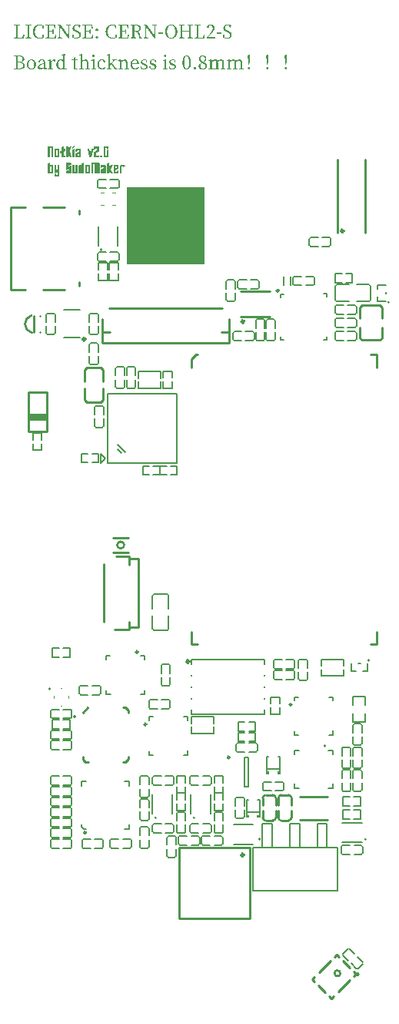
<source format=gto>
G04 Layer: TopSilkscreenLayer*
G04 EasyEDA v6.5.21, 2022-10-22 15:56:40*
G04 9ab0f769691e454ba0e7696980ab9178,294cf934c43b457281b0b0dcd80bbfec,10*
G04 Gerber Generator version 0.2*
G04 Scale: 100 percent, Rotated: No, Reflected: No *
G04 Dimensions in millimeters *
G04 leading zeros omitted , absolute positions ,4 integer and 5 decimal *
%FSLAX45Y45*%
%MOMM*%

%ADD10C,0.2540*%
%ADD11C,0.1524*%
%ADD12C,0.2000*%
%ADD13C,0.1270*%
%ADD14C,0.1500*%
%ADD15C,0.1900*%
%ADD16C,0.1520*%
%ADD17C,0.1000*%
%ADD18C,0.1016*%
%ADD19C,0.1778*%
%ADD20C,0.2500*%
%ADD21C,0.3000*%
%ADD22C,0.2400*%
%ADD23C,0.2500*%
%ADD24C,0.1750*%
%ADD25C,0.0117*%

%LPD*%
G36*
X-2598826Y6560413D02*
G01*
X-2623312Y6547967D01*
X-2624632Y6546748D01*
X-2624988Y6546037D01*
X-2625090Y6528917D01*
X-2624836Y6527952D01*
X-2623769Y6527698D01*
X-2598775Y6540804D01*
X-2598013Y6541922D01*
X-2597912Y6559143D01*
X-2598115Y6560108D01*
G37*
G36*
X-2890520Y6555079D02*
G01*
X-2891434Y6554978D01*
X-2892044Y6554571D01*
X-2892450Y6553962D01*
X-2892450Y6431026D01*
X-2892044Y6430365D01*
X-2891434Y6430010D01*
X-2890520Y6429857D01*
X-2871724Y6429857D01*
X-2870962Y6430010D01*
X-2870403Y6430365D01*
X-2870047Y6431026D01*
X-2869946Y6532473D01*
X-2857500Y6532473D01*
X-2857398Y6431026D01*
X-2856992Y6430365D01*
X-2856382Y6430010D01*
X-2855468Y6429857D01*
X-2837180Y6429857D01*
X-2836164Y6430010D01*
X-2835452Y6430365D01*
X-2835046Y6431026D01*
X-2834894Y6431889D01*
X-2834894Y6542633D01*
X-2835148Y6545173D01*
X-2835808Y6547510D01*
X-2836926Y6549644D01*
X-2838450Y6551523D01*
X-2840329Y6553098D01*
X-2842463Y6554216D01*
X-2844800Y6554876D01*
X-2847340Y6555079D01*
X-2860903Y6555028D01*
X-2863342Y6554673D01*
X-2866440Y6553758D01*
X-2868980Y6552387D01*
X-2869946Y6551523D01*
X-2870047Y6553962D01*
X-2870403Y6554571D01*
X-2870962Y6554978D01*
G37*
G36*
X-2692146Y6555079D02*
G01*
X-2692908Y6554978D01*
X-2693466Y6554571D01*
X-2693822Y6553962D01*
X-2693822Y6431026D01*
X-2693466Y6430365D01*
X-2692908Y6430010D01*
X-2692146Y6429857D01*
X-2673350Y6429857D01*
X-2672486Y6430010D01*
X-2671826Y6430365D01*
X-2671470Y6431026D01*
X-2671318Y6431889D01*
X-2671318Y6465417D01*
X-2667762Y6473545D01*
X-2655062Y6431889D01*
X-2653995Y6430365D01*
X-2652268Y6429857D01*
X-2631084Y6429959D01*
X-2630424Y6430264D01*
X-2630068Y6430721D01*
X-2629916Y6431889D01*
X-2653538Y6503517D01*
X-2630220Y6553758D01*
X-2630271Y6554673D01*
X-2631186Y6555028D01*
X-2652674Y6554978D01*
X-2653690Y6554571D01*
X-2654452Y6553962D01*
X-2655062Y6553047D01*
X-2671318Y6518249D01*
X-2671318Y6553047D01*
X-2671470Y6553962D01*
X-2671826Y6554571D01*
X-2672486Y6554978D01*
G37*
G36*
X-2375154Y6555079D02*
G01*
X-2377592Y6554876D01*
X-2379878Y6554216D01*
X-2381910Y6553098D01*
X-2383790Y6551523D01*
X-2385364Y6549644D01*
X-2386482Y6547510D01*
X-2387142Y6545173D01*
X-2387346Y6542633D01*
X-2387244Y6519011D01*
X-2386838Y6517894D01*
X-2386228Y6517233D01*
X-2384907Y6517030D01*
X-2383891Y6517284D01*
X-2367788Y6525361D01*
X-2366467Y6526276D01*
X-2365502Y6527393D01*
X-2364943Y6528816D01*
X-2364740Y6532473D01*
X-2352548Y6532473D01*
X-2352548Y6508089D01*
X-2380589Y6493459D01*
X-2384044Y6491071D01*
X-2385314Y6489801D01*
X-2386228Y6488277D01*
X-2386838Y6486448D01*
X-2387244Y6484315D01*
X-2387244Y6431026D01*
X-2386888Y6430365D01*
X-2386330Y6430010D01*
X-2385568Y6429857D01*
X-2331974Y6429857D01*
X-2331110Y6430010D01*
X-2330450Y6430365D01*
X-2330094Y6431026D01*
X-2329942Y6431889D01*
X-2329942Y6446367D01*
X-2330094Y6447180D01*
X-2330450Y6447790D01*
X-2331110Y6448196D01*
X-2331974Y6448399D01*
X-2364740Y6448399D01*
X-2364740Y6481165D01*
X-2334768Y6496659D01*
X-2332685Y6498183D01*
X-2331161Y6499910D01*
X-2330246Y6501841D01*
X-2329942Y6504025D01*
X-2329942Y6542633D01*
X-2330196Y6545173D01*
X-2330856Y6547510D01*
X-2331974Y6549644D01*
X-2333498Y6551523D01*
X-2335377Y6553098D01*
X-2337460Y6554216D01*
X-2339695Y6554876D01*
X-2342134Y6555079D01*
G37*
G36*
X-2269998Y6555079D02*
G01*
X-2272436Y6554876D01*
X-2274722Y6554216D01*
X-2276754Y6553098D01*
X-2278634Y6551523D01*
X-2280208Y6549644D01*
X-2281326Y6547510D01*
X-2281986Y6545173D01*
X-2282190Y6542633D01*
X-2282190Y6442303D01*
X-2281986Y6439865D01*
X-2281326Y6437630D01*
X-2280208Y6435547D01*
X-2278634Y6433667D01*
X-2276754Y6431991D01*
X-2274722Y6430822D01*
X-2272436Y6430111D01*
X-2269998Y6429857D01*
X-2236978Y6429857D01*
X-2234539Y6430111D01*
X-2232304Y6430822D01*
X-2230221Y6431991D01*
X-2228342Y6433667D01*
X-2226818Y6435547D01*
X-2225700Y6437630D01*
X-2225040Y6439865D01*
X-2224786Y6442303D01*
X-2224887Y6520789D01*
X-2225090Y6521500D01*
X-2225497Y6521907D01*
X-2226310Y6522059D01*
X-2246122Y6511798D01*
X-2246833Y6510934D01*
X-2247239Y6509867D01*
X-2247392Y6508597D01*
X-2247392Y6452717D01*
X-2259584Y6452717D01*
X-2259584Y6532981D01*
X-2247392Y6532981D01*
X-2247341Y6521957D01*
X-2247087Y6521297D01*
X-2246122Y6520789D01*
X-2244598Y6521297D01*
X-2226818Y6530441D01*
X-2225954Y6531102D01*
X-2225294Y6531965D01*
X-2224786Y6534505D01*
X-2224786Y6542633D01*
X-2225040Y6545173D01*
X-2225700Y6547510D01*
X-2226818Y6549644D01*
X-2228342Y6551523D01*
X-2230221Y6553098D01*
X-2232304Y6554216D01*
X-2234539Y6554876D01*
X-2236978Y6555079D01*
G37*
G36*
X-2723032Y6552031D02*
G01*
X-2724048Y6551777D01*
X-2741168Y6542887D01*
X-2742285Y6542125D01*
X-2743098Y6541109D01*
X-2743555Y6539839D01*
X-2743708Y6538315D01*
X-2743708Y6505803D01*
X-2757932Y6498437D01*
X-2759100Y6497167D01*
X-2759456Y6495389D01*
X-2759405Y6478473D01*
X-2759049Y6477711D01*
X-2758694Y6477609D01*
X-2743708Y6485229D01*
X-2743708Y6442303D01*
X-2743504Y6439865D01*
X-2742844Y6437630D01*
X-2741726Y6435547D01*
X-2740152Y6433667D01*
X-2738272Y6431991D01*
X-2736138Y6430822D01*
X-2733802Y6430111D01*
X-2731262Y6429857D01*
X-2704084Y6429857D01*
X-2703220Y6430010D01*
X-2702560Y6430365D01*
X-2702204Y6431026D01*
X-2702052Y6431889D01*
X-2702052Y6446367D01*
X-2702204Y6447180D01*
X-2702560Y6447790D01*
X-2703220Y6448196D01*
X-2704084Y6448399D01*
X-2721102Y6448399D01*
X-2721102Y6496659D01*
X-2702915Y6506260D01*
X-2702153Y6507683D01*
X-2702052Y6525107D01*
X-2702306Y6526072D01*
X-2703220Y6526326D01*
X-2721102Y6517233D01*
X-2721203Y6550609D01*
X-2721508Y6551422D01*
X-2721965Y6551879D01*
G37*
G36*
X-2601976Y6526631D02*
G01*
X-2602992Y6526377D01*
X-2621280Y6516827D01*
X-2621991Y6515862D01*
X-2622397Y6514541D01*
X-2622550Y6512915D01*
X-2622448Y6431026D01*
X-2622042Y6430365D01*
X-2621432Y6430010D01*
X-2620518Y6429857D01*
X-2601976Y6429857D01*
X-2601112Y6430010D01*
X-2600452Y6430365D01*
X-2600096Y6431026D01*
X-2599944Y6431889D01*
X-2600045Y6525209D01*
X-2600350Y6526022D01*
X-2600807Y6526479D01*
G37*
G36*
X-2810764Y6526377D02*
G01*
X-2813202Y6526174D01*
X-2815488Y6525514D01*
X-2817520Y6524396D01*
X-2819400Y6522821D01*
X-2820974Y6520942D01*
X-2822092Y6518909D01*
X-2822752Y6516624D01*
X-2822956Y6514185D01*
X-2822956Y6508089D01*
X-2788158Y6508089D01*
X-2788158Y6448399D01*
X-2800350Y6448399D01*
X-2800350Y6508089D01*
X-2822956Y6508089D01*
X-2822956Y6442303D01*
X-2822752Y6439865D01*
X-2822092Y6437630D01*
X-2820974Y6435547D01*
X-2819400Y6433667D01*
X-2817520Y6431991D01*
X-2815488Y6430822D01*
X-2813202Y6430111D01*
X-2810764Y6429857D01*
X-2777744Y6429857D01*
X-2775305Y6430111D01*
X-2773070Y6430822D01*
X-2770987Y6431991D01*
X-2769108Y6433667D01*
X-2767584Y6435547D01*
X-2766466Y6437630D01*
X-2765806Y6439865D01*
X-2765552Y6442303D01*
X-2765552Y6514185D01*
X-2765806Y6516624D01*
X-2766466Y6518909D01*
X-2767584Y6520942D01*
X-2769108Y6522821D01*
X-2770987Y6524396D01*
X-2773070Y6525514D01*
X-2775305Y6526174D01*
X-2777744Y6526377D01*
G37*
G36*
X-2575560Y6526377D02*
G01*
X-2577998Y6526174D01*
X-2580284Y6525514D01*
X-2582316Y6524396D01*
X-2584196Y6522821D01*
X-2585872Y6520942D01*
X-2587040Y6518909D01*
X-2587752Y6516624D01*
X-2588006Y6514185D01*
X-2588006Y6499453D01*
X-2587853Y6497574D01*
X-2587294Y6496202D01*
X-2586431Y6495389D01*
X-2584704Y6495186D01*
X-2583535Y6495592D01*
X-2568448Y6503009D01*
X-2567025Y6503924D01*
X-2565958Y6505041D01*
X-2565349Y6506464D01*
X-2565146Y6508089D01*
X-2552954Y6508089D01*
X-2552954Y6495643D01*
X-2586228Y6478625D01*
X-2587548Y6477355D01*
X-2587904Y6476542D01*
X-2588006Y6448399D01*
X-2565146Y6448399D01*
X-2565146Y6468973D01*
X-2552954Y6475069D01*
X-2552954Y6448399D01*
X-2588006Y6448399D01*
X-2588006Y6442303D01*
X-2587752Y6439865D01*
X-2587040Y6437630D01*
X-2585872Y6435547D01*
X-2584196Y6433667D01*
X-2582316Y6431991D01*
X-2580284Y6430822D01*
X-2577998Y6430111D01*
X-2575560Y6429857D01*
X-2562148Y6429908D01*
X-2559608Y6430416D01*
X-2556510Y6431432D01*
X-2553970Y6432854D01*
X-2552954Y6433667D01*
X-2552852Y6431026D01*
X-2552446Y6430365D01*
X-2551836Y6430010D01*
X-2550922Y6429857D01*
X-2532634Y6429857D01*
X-2531618Y6430010D01*
X-2530906Y6430365D01*
X-2530500Y6431026D01*
X-2530348Y6431889D01*
X-2530348Y6514185D01*
X-2530602Y6516624D01*
X-2531262Y6518909D01*
X-2532380Y6520942D01*
X-2533904Y6522821D01*
X-2535783Y6524396D01*
X-2537866Y6525514D01*
X-2540101Y6526174D01*
X-2542540Y6526377D01*
G37*
G36*
X-2457196Y6526377D02*
G01*
X-2457958Y6526276D01*
X-2458516Y6525869D01*
X-2458872Y6525259D01*
X-2458974Y6524345D01*
X-2436571Y6431026D01*
X-2436063Y6430365D01*
X-2434590Y6429857D01*
X-2415540Y6429857D01*
X-2414066Y6430365D01*
X-2413254Y6431889D01*
X-2391156Y6524853D01*
X-2391257Y6525514D01*
X-2391613Y6526022D01*
X-2392934Y6526377D01*
X-2412644Y6526276D01*
X-2413406Y6525869D01*
X-2413914Y6525259D01*
X-2414270Y6524345D01*
X-2425192Y6478879D01*
X-2435860Y6524345D01*
X-2436672Y6525869D01*
X-2437333Y6526276D01*
G37*
G36*
X-2315972Y6452717D02*
G01*
X-2316886Y6452616D01*
X-2317496Y6452209D01*
X-2317902Y6451600D01*
X-2317902Y6431026D01*
X-2317496Y6430365D01*
X-2316886Y6430010D01*
X-2315972Y6429857D01*
X-2297430Y6429857D01*
X-2296566Y6430010D01*
X-2295906Y6430365D01*
X-2295550Y6431026D01*
X-2295398Y6431889D01*
X-2295398Y6450685D01*
X-2295550Y6451600D01*
X-2295906Y6452209D01*
X-2296566Y6452616D01*
G37*
G36*
X-2681732Y6377838D02*
G01*
X-2684170Y6377584D01*
X-2686456Y6376873D01*
X-2688488Y6375654D01*
X-2690368Y6374028D01*
X-2691942Y6372098D01*
X-2693060Y6370015D01*
X-2693720Y6367678D01*
X-2693924Y6365138D01*
X-2693822Y6294018D01*
X-2693568Y6293154D01*
X-2693060Y6292646D01*
X-2691993Y6292494D01*
X-2690977Y6292748D01*
X-2659126Y6308750D01*
X-2659126Y6275222D01*
X-2671318Y6275222D01*
X-2671419Y6292189D01*
X-2672029Y6293358D01*
X-2672892Y6293459D01*
X-2692146Y6283858D01*
X-2692958Y6283096D01*
X-2693517Y6282182D01*
X-2693924Y6279794D01*
X-2693924Y6264808D01*
X-2693720Y6262319D01*
X-2693060Y6260084D01*
X-2691942Y6258001D01*
X-2690368Y6256172D01*
X-2688488Y6254597D01*
X-2686456Y6253480D01*
X-2684170Y6252819D01*
X-2681732Y6252616D01*
X-2648712Y6252616D01*
X-2646273Y6252819D01*
X-2644038Y6253480D01*
X-2641955Y6254597D01*
X-2640076Y6256172D01*
X-2638552Y6258001D01*
X-2637434Y6260084D01*
X-2636774Y6262319D01*
X-2636520Y6264808D01*
X-2636520Y6340500D01*
X-2636672Y6342024D01*
X-2637028Y6343142D01*
X-2637688Y6343802D01*
X-2638856Y6344005D01*
X-2671318Y6327546D01*
X-2671318Y6355486D01*
X-2659126Y6355486D01*
X-2659024Y6344716D01*
X-2658770Y6343904D01*
X-2658262Y6343446D01*
X-2657348Y6343294D01*
X-2639314Y6352438D01*
X-2638094Y6353251D01*
X-2637231Y6354318D01*
X-2636723Y6355537D01*
X-2636520Y6357010D01*
X-2636520Y6365138D01*
X-2636774Y6367678D01*
X-2637434Y6370015D01*
X-2638552Y6372098D01*
X-2640076Y6374028D01*
X-2641955Y6375654D01*
X-2644038Y6376873D01*
X-2646273Y6377584D01*
X-2648712Y6377838D01*
G37*
G36*
X-2403856Y6377838D02*
G01*
X-2406446Y6377584D01*
X-2408783Y6376873D01*
X-2410866Y6375654D01*
X-2412746Y6374028D01*
X-2414320Y6372098D01*
X-2415438Y6370015D01*
X-2416098Y6367678D01*
X-2416302Y6365138D01*
X-2416200Y6253581D01*
X-2415794Y6253022D01*
X-2415184Y6252718D01*
X-2395474Y6252616D01*
X-2394153Y6253022D01*
X-2393696Y6254394D01*
X-2393696Y6355486D01*
X-2381250Y6355486D01*
X-2381148Y6253581D01*
X-2380742Y6253022D01*
X-2380132Y6252718D01*
X-2359964Y6252718D01*
X-2359253Y6253022D01*
X-2358796Y6253581D01*
X-2358644Y6254394D01*
X-2358644Y6355486D01*
X-2346452Y6355486D01*
X-2346350Y6253581D01*
X-2345944Y6253022D01*
X-2345334Y6252718D01*
X-2325878Y6252616D01*
X-2324354Y6253022D01*
X-2323998Y6253581D01*
X-2323846Y6254394D01*
X-2323846Y6365138D01*
X-2324100Y6367678D01*
X-2324760Y6370015D01*
X-2325878Y6372098D01*
X-2327402Y6374028D01*
X-2329281Y6375654D01*
X-2331364Y6376873D01*
X-2333599Y6377584D01*
X-2336038Y6377838D01*
X-2358644Y6377838D01*
X-2362352Y6377330D01*
X-2365451Y6375806D01*
X-2368042Y6373266D01*
X-2370074Y6369710D01*
X-2372106Y6373266D01*
X-2374646Y6375806D01*
X-2377694Y6377330D01*
X-2381250Y6377838D01*
G37*
G36*
X-2221484Y6374790D02*
G01*
X-2240280Y6365646D01*
X-2241296Y6364833D01*
X-2242007Y6363766D01*
X-2242464Y6362446D01*
X-2242464Y6253581D01*
X-2242058Y6253022D01*
X-2241448Y6252718D01*
X-2221992Y6252616D01*
X-2220468Y6253022D01*
X-2220112Y6253581D01*
X-2219960Y6254394D01*
X-2219960Y6284620D01*
X-2200452Y6253429D01*
X-2198928Y6252667D01*
X-2177643Y6252616D01*
X-2176729Y6253022D01*
X-2176576Y6253480D01*
X-2176780Y6254140D01*
X-2205736Y6300622D01*
X-2176576Y6347815D01*
X-2176983Y6348628D01*
X-2178304Y6348882D01*
X-2198928Y6348780D01*
X-2200452Y6348018D01*
X-2219960Y6316878D01*
X-2220061Y6373114D01*
X-2220366Y6373926D01*
X-2220823Y6374485D01*
G37*
G36*
X-2871470Y6374536D02*
G01*
X-2873502Y6374028D01*
X-2891129Y6364681D01*
X-2891942Y6363716D01*
X-2892399Y6362395D01*
X-2892552Y6360820D01*
X-2892552Y6330594D01*
X-2857500Y6330594D01*
X-2857500Y6270904D01*
X-2869946Y6270904D01*
X-2869946Y6330594D01*
X-2892552Y6330594D01*
X-2892450Y6253581D01*
X-2892044Y6253022D01*
X-2891434Y6252718D01*
X-2871724Y6252616D01*
X-2870403Y6253022D01*
X-2869946Y6254394D01*
X-2869946Y6256172D01*
X-2867863Y6254546D01*
X-2865120Y6253378D01*
X-2861056Y6252616D01*
X-2847340Y6252616D01*
X-2844800Y6252819D01*
X-2842463Y6253480D01*
X-2840380Y6254597D01*
X-2838450Y6256172D01*
X-2836926Y6258001D01*
X-2835808Y6260084D01*
X-2835148Y6262319D01*
X-2834894Y6264808D01*
X-2834894Y6336690D01*
X-2835148Y6339128D01*
X-2835808Y6341364D01*
X-2836926Y6343446D01*
X-2838450Y6345326D01*
X-2840380Y6346850D01*
X-2842463Y6347968D01*
X-2844800Y6348628D01*
X-2847340Y6348882D01*
X-2869946Y6348882D01*
X-2870047Y6373063D01*
X-2870352Y6373876D01*
X-2870809Y6374333D01*
G37*
G36*
X-2499360Y6374282D02*
G01*
X-2500680Y6374130D01*
X-2517902Y6365138D01*
X-2518918Y6364427D01*
X-2519629Y6363462D01*
X-2520086Y6362141D01*
X-2520188Y6348882D01*
X-2542794Y6348882D01*
X-2545283Y6348628D01*
X-2547569Y6347968D01*
X-2549702Y6346850D01*
X-2551684Y6345326D01*
X-2553258Y6343446D01*
X-2554376Y6341364D01*
X-2555036Y6339128D01*
X-2555240Y6336690D01*
X-2555240Y6330340D01*
X-2520188Y6330340D01*
X-2520188Y6270904D01*
X-2532634Y6270904D01*
X-2532634Y6330340D01*
X-2555240Y6330340D01*
X-2555240Y6264808D01*
X-2555036Y6262319D01*
X-2554376Y6260084D01*
X-2553258Y6258001D01*
X-2551684Y6256172D01*
X-2549702Y6254597D01*
X-2547569Y6253480D01*
X-2545283Y6252819D01*
X-2542794Y6252616D01*
X-2529382Y6252616D01*
X-2526842Y6253022D01*
X-2523744Y6253886D01*
X-2521204Y6255308D01*
X-2520188Y6256172D01*
X-2520086Y6253581D01*
X-2519680Y6253022D01*
X-2519070Y6252718D01*
X-2499868Y6252616D01*
X-2498344Y6253022D01*
X-2497988Y6253581D01*
X-2497836Y6254394D01*
X-2497937Y6372961D01*
X-2498242Y6373672D01*
X-2498699Y6374130D01*
G37*
G36*
X-2081784Y6349136D02*
G01*
X-2083562Y6348628D01*
X-2101342Y6339078D01*
X-2102053Y6338112D01*
X-2102510Y6336893D01*
X-2102510Y6253581D01*
X-2102205Y6253022D01*
X-2101646Y6252718D01*
X-2082038Y6252616D01*
X-2080514Y6253022D01*
X-2080158Y6253581D01*
X-2080006Y6254394D01*
X-2080006Y6330594D01*
X-2067814Y6330594D01*
X-2067661Y6323584D01*
X-2067204Y6322212D01*
X-2066391Y6321298D01*
X-2064766Y6320942D01*
X-2063496Y6321348D01*
X-2048764Y6328816D01*
X-2047239Y6329832D01*
X-2046122Y6331254D01*
X-2045462Y6333032D01*
X-2045207Y6336690D01*
X-2045462Y6339128D01*
X-2046122Y6341364D01*
X-2047239Y6343446D01*
X-2048764Y6345326D01*
X-2050643Y6346850D01*
X-2052726Y6347968D01*
X-2054961Y6348628D01*
X-2057400Y6348882D01*
X-2071014Y6348780D01*
X-2075180Y6347866D01*
X-2078075Y6346698D01*
X-2080006Y6345326D01*
X-2080158Y6347663D01*
X-2080463Y6348476D01*
X-2081022Y6348933D01*
G37*
G36*
X-2820924Y6348882D02*
G01*
X-2821838Y6348730D01*
X-2822448Y6348374D01*
X-2822854Y6347714D01*
X-2822854Y6258052D01*
X-2822448Y6256832D01*
X-2821838Y6256121D01*
X-2820517Y6255918D01*
X-2819349Y6256324D01*
X-2788158Y6272428D01*
X-2788158Y6240932D01*
X-2800350Y6240932D01*
X-2800350Y6255156D01*
X-2800807Y6257239D01*
X-2801366Y6257747D01*
X-2802534Y6257899D01*
X-2803448Y6257645D01*
X-2820924Y6249060D01*
X-2821838Y6248400D01*
X-2822448Y6247434D01*
X-2822854Y6246215D01*
X-2822956Y6230772D01*
X-2822752Y6228181D01*
X-2822092Y6225844D01*
X-2820974Y6223762D01*
X-2819400Y6221882D01*
X-2817520Y6220307D01*
X-2815488Y6219190D01*
X-2813202Y6218529D01*
X-2810764Y6218326D01*
X-2777744Y6218326D01*
X-2775305Y6218529D01*
X-2773070Y6219190D01*
X-2770987Y6220307D01*
X-2769108Y6221882D01*
X-2767584Y6223762D01*
X-2766466Y6225844D01*
X-2765806Y6228181D01*
X-2765552Y6230772D01*
X-2765552Y6346850D01*
X-2765704Y6347714D01*
X-2766060Y6348374D01*
X-2766720Y6348730D01*
X-2767584Y6348882D01*
X-2786126Y6348882D01*
X-2787040Y6348730D01*
X-2787650Y6348374D01*
X-2788056Y6347714D01*
X-2788158Y6299606D01*
X-2800350Y6293510D01*
X-2800350Y6346850D01*
X-2800502Y6347714D01*
X-2800858Y6348374D01*
X-2801518Y6348730D01*
X-2802382Y6348882D01*
G37*
G36*
X-2622550Y6348882D02*
G01*
X-2623464Y6348730D01*
X-2624074Y6348374D01*
X-2624480Y6347714D01*
X-2624582Y6264808D01*
X-2624378Y6262319D01*
X-2623718Y6260084D01*
X-2622600Y6258001D01*
X-2621026Y6256172D01*
X-2619146Y6254597D01*
X-2617114Y6253480D01*
X-2614828Y6252819D01*
X-2612390Y6252616D01*
X-2598724Y6252616D01*
X-2596184Y6253022D01*
X-2593187Y6253886D01*
X-2590749Y6255308D01*
X-2589784Y6256172D01*
X-2589682Y6253581D01*
X-2589276Y6253022D01*
X-2588666Y6252718D01*
X-2568244Y6252718D01*
X-2567533Y6253022D01*
X-2567076Y6253581D01*
X-2566924Y6254394D01*
X-2566924Y6346850D01*
X-2567076Y6347714D01*
X-2567533Y6348374D01*
X-2568244Y6348730D01*
X-2569210Y6348882D01*
X-2587752Y6348882D01*
X-2588666Y6348730D01*
X-2589276Y6348374D01*
X-2589682Y6347714D01*
X-2589784Y6270904D01*
X-2601976Y6270904D01*
X-2601976Y6346850D01*
X-2602128Y6347714D01*
X-2602484Y6348374D01*
X-2603144Y6348730D01*
X-2604008Y6348882D01*
G37*
G36*
X-2473452Y6348882D02*
G01*
X-2475890Y6348628D01*
X-2478176Y6347968D01*
X-2480208Y6346850D01*
X-2482088Y6345326D01*
X-2483662Y6343446D01*
X-2484780Y6341364D01*
X-2485440Y6339128D01*
X-2485644Y6336690D01*
X-2485644Y6330594D01*
X-2450846Y6330594D01*
X-2450846Y6270904D01*
X-2463038Y6270904D01*
X-2463038Y6330594D01*
X-2485644Y6330594D01*
X-2485644Y6264808D01*
X-2485440Y6262319D01*
X-2484780Y6260084D01*
X-2483662Y6258001D01*
X-2482088Y6256172D01*
X-2480208Y6254597D01*
X-2478176Y6253480D01*
X-2475890Y6252819D01*
X-2473452Y6252616D01*
X-2440432Y6252616D01*
X-2437993Y6252819D01*
X-2435758Y6253480D01*
X-2433675Y6254597D01*
X-2431796Y6256172D01*
X-2430272Y6258001D01*
X-2429154Y6260084D01*
X-2428494Y6262319D01*
X-2428240Y6264808D01*
X-2428240Y6336690D01*
X-2428494Y6339128D01*
X-2429154Y6341364D01*
X-2430272Y6343446D01*
X-2431796Y6345326D01*
X-2433675Y6346850D01*
X-2435758Y6347968D01*
X-2437993Y6348628D01*
X-2440432Y6348882D01*
G37*
G36*
X-2299716Y6348882D02*
G01*
X-2302154Y6348628D01*
X-2304440Y6347968D01*
X-2306472Y6346850D01*
X-2308352Y6345326D01*
X-2310028Y6343446D01*
X-2311247Y6341364D01*
X-2311958Y6339128D01*
X-2312162Y6336690D01*
X-2312162Y6321958D01*
X-2312009Y6320028D01*
X-2311501Y6318707D01*
X-2310587Y6317894D01*
X-2308860Y6317640D01*
X-2292604Y6325514D01*
X-2291181Y6326378D01*
X-2290165Y6327546D01*
X-2289505Y6328918D01*
X-2289302Y6330594D01*
X-2277110Y6330594D01*
X-2277110Y6318148D01*
X-2310384Y6301130D01*
X-2311755Y6299860D01*
X-2312162Y6298082D01*
X-2312162Y6270904D01*
X-2289302Y6270904D01*
X-2289302Y6291478D01*
X-2277110Y6297574D01*
X-2277110Y6270904D01*
X-2312162Y6270904D01*
X-2312162Y6264808D01*
X-2311958Y6262319D01*
X-2311247Y6260084D01*
X-2310028Y6258001D01*
X-2308352Y6256172D01*
X-2306472Y6254597D01*
X-2304440Y6253480D01*
X-2302154Y6252819D01*
X-2299716Y6252616D01*
X-2286304Y6252616D01*
X-2283764Y6253022D01*
X-2280666Y6253886D01*
X-2278126Y6255308D01*
X-2277110Y6256172D01*
X-2277008Y6253581D01*
X-2276602Y6253022D01*
X-2275992Y6252718D01*
X-2255824Y6252718D01*
X-2255113Y6253022D01*
X-2254656Y6253581D01*
X-2254504Y6254394D01*
X-2254504Y6336690D01*
X-2254758Y6339128D01*
X-2255418Y6341364D01*
X-2256536Y6343446D01*
X-2258060Y6345326D01*
X-2259939Y6346850D01*
X-2262022Y6347968D01*
X-2264257Y6348628D01*
X-2266696Y6348882D01*
G37*
G36*
X-2159762Y6348882D02*
G01*
X-2162352Y6348628D01*
X-2164689Y6347968D01*
X-2166772Y6346850D01*
X-2168652Y6345326D01*
X-2170226Y6343446D01*
X-2171344Y6341364D01*
X-2172004Y6339128D01*
X-2172208Y6336690D01*
X-2172208Y6330340D01*
X-2137156Y6330340D01*
X-2137156Y6317894D01*
X-2149602Y6311544D01*
X-2149602Y6330340D01*
X-2172208Y6330340D01*
X-2172208Y6264808D01*
X-2172004Y6262319D01*
X-2171344Y6260084D01*
X-2170226Y6258001D01*
X-2168652Y6256172D01*
X-2166772Y6254597D01*
X-2164689Y6253480D01*
X-2162352Y6252819D01*
X-2159762Y6252616D01*
X-2126996Y6252616D01*
X-2124456Y6252819D01*
X-2122119Y6253480D01*
X-2120036Y6254597D01*
X-2118106Y6256172D01*
X-2116582Y6258001D01*
X-2115464Y6260084D01*
X-2114804Y6262319D01*
X-2114550Y6264808D01*
X-2114550Y6287160D01*
X-2114702Y6288684D01*
X-2115159Y6289802D01*
X-2115870Y6290462D01*
X-2117344Y6290665D01*
X-2118360Y6290411D01*
X-2134362Y6282334D01*
X-2135581Y6281318D01*
X-2136495Y6279794D01*
X-2137003Y6277762D01*
X-2137156Y6275222D01*
X-2149602Y6275222D01*
X-2149602Y6290970D01*
X-2115413Y6308445D01*
X-2114651Y6309817D01*
X-2114550Y6335928D01*
X-2114804Y6338671D01*
X-2115464Y6341160D01*
X-2116582Y6343396D01*
X-2118106Y6345326D01*
X-2120036Y6346850D01*
X-2122119Y6347968D01*
X-2124456Y6348628D01*
X-2126996Y6348882D01*
G37*
G36*
X-2708656Y7566050D02*
G01*
X-2742946Y7556652D01*
X-2742946Y7550048D01*
X-2724150Y7548270D01*
X-2724150Y7495438D01*
X-2731262Y7502398D01*
X-2738526Y7506868D01*
X-2745943Y7509256D01*
X-2753614Y7509916D01*
X-2758694Y7509662D01*
X-2763570Y7508900D01*
X-2768193Y7507630D01*
X-2772613Y7505953D01*
X-2776778Y7503718D01*
X-2780690Y7501128D01*
X-2784348Y7498029D01*
X-2787650Y7494574D01*
X-2790647Y7490663D01*
X-2793339Y7486396D01*
X-2795625Y7481722D01*
X-2797556Y7476693D01*
X-2799080Y7471359D01*
X-2800197Y7465618D01*
X-2800908Y7459624D01*
X-2801095Y7453782D01*
X-2781554Y7453782D01*
X-2781249Y7461402D01*
X-2780385Y7468209D01*
X-2779014Y7474305D01*
X-2777134Y7479690D01*
X-2774797Y7484313D01*
X-2772054Y7488275D01*
X-2769006Y7491577D01*
X-2765602Y7494219D01*
X-2761945Y7496200D01*
X-2758084Y7497622D01*
X-2754020Y7498486D01*
X-2749804Y7498740D01*
X-2744165Y7498181D01*
X-2738221Y7496251D01*
X-2731770Y7492644D01*
X-2724658Y7487056D01*
X-2724658Y7422540D01*
X-2730906Y7416647D01*
X-2737002Y7412786D01*
X-2743250Y7410703D01*
X-2750058Y7410094D01*
X-2754477Y7410348D01*
X-2758643Y7411212D01*
X-2762605Y7412583D01*
X-2766263Y7414615D01*
X-2769616Y7417206D01*
X-2772562Y7420406D01*
X-2775204Y7424267D01*
X-2777388Y7428788D01*
X-2779166Y7433970D01*
X-2780487Y7439863D01*
X-2781300Y7446467D01*
X-2781554Y7453782D01*
X-2801095Y7453782D01*
X-2800756Y7445400D01*
X-2799638Y7437932D01*
X-2797810Y7431024D01*
X-2795320Y7424674D01*
X-2792171Y7418933D01*
X-2788462Y7413802D01*
X-2784144Y7409332D01*
X-2779318Y7405624D01*
X-2774035Y7402626D01*
X-2768244Y7400442D01*
X-2761996Y7399121D01*
X-2755392Y7398664D01*
X-2745841Y7399731D01*
X-2737612Y7402830D01*
X-2730449Y7407757D01*
X-2724150Y7414412D01*
X-2722880Y7399172D01*
X-2688336Y7401458D01*
X-2688336Y7408316D01*
X-2706370Y7410348D01*
X-2706370Y7532776D01*
X-2705862Y7564526D01*
G37*
G36*
X-2519680Y7566050D02*
G01*
X-2553462Y7556652D01*
X-2553462Y7550048D01*
X-2535174Y7548270D01*
X-2535224Y7439558D01*
X-2535682Y7410856D01*
X-2552446Y7408316D01*
X-2552446Y7401458D01*
X-2501138Y7401458D01*
X-2501138Y7408316D01*
X-2516632Y7410856D01*
X-2516886Y7429906D01*
X-2516886Y7481214D01*
X-2508250Y7488224D01*
X-2500274Y7492796D01*
X-2492705Y7495235D01*
X-2485136Y7495946D01*
X-2480716Y7495641D01*
X-2476855Y7494625D01*
X-2473604Y7492796D01*
X-2471013Y7490104D01*
X-2468930Y7486497D01*
X-2467508Y7481824D01*
X-2466644Y7476032D01*
X-2466340Y7469022D01*
X-2466390Y7439456D01*
X-2466848Y7410856D01*
X-2483358Y7408316D01*
X-2483358Y7401458D01*
X-2432304Y7401458D01*
X-2432304Y7408316D01*
X-2447798Y7410856D01*
X-2448052Y7469276D01*
X-2448509Y7479436D01*
X-2449931Y7487970D01*
X-2452217Y7494981D01*
X-2455367Y7500569D01*
X-2459431Y7504785D01*
X-2464358Y7507681D01*
X-2470150Y7509357D01*
X-2476754Y7509916D01*
X-2482189Y7509560D01*
X-2487676Y7508392D01*
X-2493060Y7506614D01*
X-2498344Y7504175D01*
X-2503474Y7501128D01*
X-2508402Y7497622D01*
X-2513025Y7493558D01*
X-2517394Y7489088D01*
X-2517394Y7532776D01*
X-2516886Y7564526D01*
G37*
G36*
X-2211832Y7566050D02*
G01*
X-2246122Y7556652D01*
X-2246122Y7550048D01*
X-2228088Y7548270D01*
X-2228138Y7439050D01*
X-2228342Y7410856D01*
X-2245868Y7408316D01*
X-2245868Y7401458D01*
X-2191766Y7401458D01*
X-2191766Y7408316D01*
X-2209292Y7410856D01*
X-2209800Y7443114D01*
X-2194814Y7458100D01*
X-2160270Y7401458D01*
X-2130044Y7401458D01*
X-2130044Y7408316D01*
X-2144522Y7410348D01*
X-2182114Y7471054D01*
X-2156460Y7496708D01*
X-2135886Y7499502D01*
X-2135886Y7506868D01*
X-2186940Y7506868D01*
X-2186940Y7499502D01*
X-2169414Y7495946D01*
X-2209800Y7454544D01*
X-2209800Y7532776D01*
X-2208784Y7564526D01*
G37*
G36*
X-2391156Y7562748D02*
G01*
X-2396845Y7561783D01*
X-2401468Y7559090D01*
X-2404516Y7554823D01*
X-2405634Y7549286D01*
X-2404516Y7543698D01*
X-2401468Y7539278D01*
X-2396845Y7536383D01*
X-2391156Y7535316D01*
X-2385720Y7536383D01*
X-2381199Y7539278D01*
X-2378100Y7543698D01*
X-2376932Y7549286D01*
X-2378100Y7554823D01*
X-2381199Y7559090D01*
X-2385720Y7561783D01*
G37*
G36*
X-1602994Y7562748D02*
G01*
X-1608683Y7561783D01*
X-1613306Y7559090D01*
X-1616354Y7554823D01*
X-1617472Y7549286D01*
X-1616354Y7543698D01*
X-1613306Y7539278D01*
X-1608683Y7536383D01*
X-1602994Y7535316D01*
X-1597558Y7536383D01*
X-1593037Y7539278D01*
X-1589938Y7543698D01*
X-1588770Y7549286D01*
X-1589938Y7554823D01*
X-1593037Y7559090D01*
X-1597558Y7561783D01*
G37*
G36*
X-680212Y7559446D02*
G01*
X-685546Y7558582D01*
X-689508Y7555839D01*
X-692048Y7551216D01*
X-692912Y7544460D01*
X-692302Y7530795D01*
X-690422Y7509916D01*
X-687070Y7479182D01*
X-684022Y7447686D01*
X-676402Y7447686D01*
X-673608Y7479182D01*
X-670306Y7509916D01*
X-668375Y7530795D01*
X-667766Y7544460D01*
X-668629Y7551216D01*
X-671169Y7555839D01*
X-675081Y7558582D01*
G37*
G36*
X-477012Y7559446D02*
G01*
X-482346Y7558582D01*
X-486308Y7555839D01*
X-488848Y7551216D01*
X-489712Y7544460D01*
X-489102Y7530795D01*
X-487222Y7509916D01*
X-483870Y7479182D01*
X-480822Y7447686D01*
X-473201Y7447686D01*
X-470408Y7479182D01*
X-467106Y7509916D01*
X-465175Y7530795D01*
X-464566Y7544460D01*
X-465429Y7551216D01*
X-467969Y7555839D01*
X-471881Y7558582D01*
G37*
G36*
X-273812Y7559446D02*
G01*
X-279146Y7558582D01*
X-283108Y7555839D01*
X-285648Y7551216D01*
X-286512Y7544460D01*
X-285902Y7530795D01*
X-284022Y7509916D01*
X-280670Y7479182D01*
X-277622Y7447686D01*
X-270002Y7447686D01*
X-267208Y7479182D01*
X-263906Y7509916D01*
X-261975Y7530795D01*
X-261366Y7544460D01*
X-262229Y7551216D01*
X-264769Y7555839D01*
X-268681Y7558582D01*
G37*
G36*
X-1365758Y7553350D02*
G01*
X-1370228Y7553096D01*
X-1374648Y7552385D01*
X-1378966Y7551115D01*
X-1383131Y7549286D01*
X-1387195Y7546898D01*
X-1391056Y7543901D01*
X-1394714Y7540345D01*
X-1398117Y7536129D01*
X-1401216Y7531252D01*
X-1404010Y7525715D01*
X-1406499Y7519466D01*
X-1408582Y7512507D01*
X-1410258Y7504836D01*
X-1411478Y7496403D01*
X-1412240Y7487158D01*
X-1412494Y7477150D01*
X-1392936Y7477150D01*
X-1392682Y7489698D01*
X-1391920Y7500670D01*
X-1390700Y7510170D01*
X-1389075Y7518298D01*
X-1387043Y7525156D01*
X-1384706Y7530795D01*
X-1382064Y7535367D01*
X-1379118Y7538872D01*
X-1376019Y7541463D01*
X-1372717Y7543190D01*
X-1369314Y7544155D01*
X-1365758Y7544460D01*
X-1362354Y7544155D01*
X-1359052Y7543190D01*
X-1355852Y7541463D01*
X-1352804Y7538872D01*
X-1350010Y7535367D01*
X-1347419Y7530795D01*
X-1345133Y7525156D01*
X-1343152Y7518298D01*
X-1341577Y7510170D01*
X-1340358Y7500670D01*
X-1339596Y7489698D01*
X-1339342Y7477150D01*
X-1339596Y7464145D01*
X-1340358Y7452715D01*
X-1341577Y7442860D01*
X-1343152Y7434376D01*
X-1345133Y7427214D01*
X-1347419Y7421321D01*
X-1350010Y7416596D01*
X-1352804Y7412939D01*
X-1355852Y7410196D01*
X-1359052Y7408418D01*
X-1362354Y7407351D01*
X-1365758Y7407046D01*
X-1368399Y7407249D01*
X-1371041Y7407757D01*
X-1373581Y7408773D01*
X-1376019Y7410196D01*
X-1378356Y7412126D01*
X-1380642Y7414564D01*
X-1382725Y7417612D01*
X-1384706Y7421219D01*
X-1386484Y7425537D01*
X-1388110Y7430516D01*
X-1389532Y7436256D01*
X-1390700Y7442758D01*
X-1391666Y7450023D01*
X-1392377Y7458151D01*
X-1392783Y7467193D01*
X-1392936Y7477150D01*
X-1412494Y7477150D01*
X-1412240Y7466787D01*
X-1411478Y7457236D01*
X-1410258Y7448499D01*
X-1408582Y7440574D01*
X-1406499Y7433411D01*
X-1404010Y7426959D01*
X-1401216Y7421270D01*
X-1398117Y7416292D01*
X-1394714Y7411974D01*
X-1391056Y7408316D01*
X-1387195Y7405268D01*
X-1383131Y7402830D01*
X-1378966Y7400950D01*
X-1374648Y7399680D01*
X-1370228Y7398918D01*
X-1365758Y7398664D01*
X-1361389Y7398918D01*
X-1357071Y7399680D01*
X-1352804Y7400950D01*
X-1348638Y7402830D01*
X-1344625Y7405268D01*
X-1340815Y7408316D01*
X-1337157Y7411974D01*
X-1333754Y7416292D01*
X-1330655Y7421270D01*
X-1327861Y7426959D01*
X-1325372Y7433411D01*
X-1323289Y7440574D01*
X-1321562Y7448499D01*
X-1320342Y7457236D01*
X-1319580Y7466787D01*
X-1319276Y7477150D01*
X-1319580Y7487158D01*
X-1320342Y7496403D01*
X-1321562Y7504836D01*
X-1323289Y7512507D01*
X-1325372Y7519466D01*
X-1327861Y7525715D01*
X-1330655Y7531252D01*
X-1333754Y7536129D01*
X-1337157Y7540345D01*
X-1340815Y7543901D01*
X-1344625Y7546898D01*
X-1348638Y7549286D01*
X-1352804Y7551115D01*
X-1357071Y7552385D01*
X-1361389Y7553096D01*
G37*
G36*
X-1186942Y7553350D02*
G01*
X-1192682Y7553045D01*
X-1198168Y7552181D01*
X-1203299Y7550759D01*
X-1208125Y7548829D01*
X-1212545Y7546390D01*
X-1216558Y7543393D01*
X-1220063Y7539990D01*
X-1223010Y7536129D01*
X-1225397Y7531811D01*
X-1227175Y7527086D01*
X-1228242Y7522006D01*
X-1228334Y7520584D01*
X-1211834Y7520584D01*
X-1211326Y7525867D01*
X-1209852Y7530592D01*
X-1207566Y7534706D01*
X-1204518Y7538161D01*
X-1200861Y7540955D01*
X-1196746Y7543038D01*
X-1192225Y7544308D01*
X-1187450Y7544714D01*
X-1182319Y7544155D01*
X-1177798Y7542580D01*
X-1173886Y7540142D01*
X-1170584Y7536942D01*
X-1168044Y7533081D01*
X-1166164Y7528763D01*
X-1164996Y7524038D01*
X-1164590Y7519060D01*
X-1164844Y7513777D01*
X-1165555Y7508900D01*
X-1166825Y7504328D01*
X-1168654Y7500061D01*
X-1171143Y7496048D01*
X-1174242Y7492136D01*
X-1178052Y7488326D01*
X-1182624Y7484516D01*
X-1190599Y7488834D01*
X-1197051Y7493203D01*
X-1202131Y7497622D01*
X-1205992Y7502093D01*
X-1208786Y7506614D01*
X-1210564Y7511186D01*
X-1211529Y7515859D01*
X-1211834Y7520584D01*
X-1228334Y7520584D01*
X-1228598Y7516520D01*
X-1228242Y7510221D01*
X-1227023Y7504175D01*
X-1225042Y7498486D01*
X-1222146Y7493101D01*
X-1218336Y7488021D01*
X-1213612Y7483246D01*
X-1207922Y7478775D01*
X-1201166Y7474610D01*
X-1208684Y7470698D01*
X-1215237Y7466584D01*
X-1220774Y7462164D01*
X-1225296Y7457490D01*
X-1228852Y7452512D01*
X-1231392Y7447127D01*
X-1232916Y7441387D01*
X-1233256Y7437272D01*
X-1215644Y7437272D01*
X-1215339Y7442809D01*
X-1214374Y7447788D01*
X-1212697Y7452359D01*
X-1210411Y7456525D01*
X-1207363Y7460437D01*
X-1203655Y7464094D01*
X-1199235Y7467600D01*
X-1194054Y7471054D01*
X-1185113Y7466584D01*
X-1177696Y7462215D01*
X-1171803Y7457897D01*
X-1167231Y7453579D01*
X-1163929Y7449210D01*
X-1161694Y7444689D01*
X-1160424Y7439964D01*
X-1160018Y7434986D01*
X-1160526Y7428992D01*
X-1161948Y7423556D01*
X-1164285Y7418781D01*
X-1167384Y7414717D01*
X-1171295Y7411466D01*
X-1175867Y7409078D01*
X-1181150Y7407554D01*
X-1186942Y7407046D01*
X-1193139Y7407605D01*
X-1198727Y7409230D01*
X-1203604Y7411872D01*
X-1207770Y7415377D01*
X-1211122Y7419797D01*
X-1213612Y7424928D01*
X-1215136Y7430820D01*
X-1215644Y7437272D01*
X-1233256Y7437272D01*
X-1233424Y7435240D01*
X-1233068Y7429550D01*
X-1231950Y7424318D01*
X-1230122Y7419543D01*
X-1227632Y7415275D01*
X-1224483Y7411415D01*
X-1220774Y7408113D01*
X-1216456Y7405268D01*
X-1211630Y7402880D01*
X-1206347Y7401052D01*
X-1200556Y7399731D01*
X-1194308Y7398918D01*
X-1187704Y7398664D01*
X-1181354Y7399020D01*
X-1175258Y7399985D01*
X-1169568Y7401559D01*
X-1164285Y7403693D01*
X-1159510Y7406386D01*
X-1155192Y7409586D01*
X-1151382Y7413294D01*
X-1148232Y7417460D01*
X-1145692Y7422032D01*
X-1143812Y7427010D01*
X-1142644Y7432344D01*
X-1142238Y7438034D01*
X-1142746Y7445146D01*
X-1144219Y7451598D01*
X-1146759Y7457440D01*
X-1150366Y7462875D01*
X-1155039Y7467853D01*
X-1160780Y7472527D01*
X-1167688Y7476947D01*
X-1175766Y7481214D01*
X-1168654Y7485786D01*
X-1162812Y7490459D01*
X-1158087Y7495235D01*
X-1154531Y7500010D01*
X-1151890Y7504836D01*
X-1150112Y7509560D01*
X-1149146Y7514234D01*
X-1148842Y7518806D01*
X-1149146Y7523683D01*
X-1150061Y7528356D01*
X-1151534Y7532674D01*
X-1153566Y7536688D01*
X-1156106Y7540345D01*
X-1159154Y7543596D01*
X-1162710Y7546441D01*
X-1166672Y7548880D01*
X-1171143Y7550759D01*
X-1176020Y7552181D01*
X-1181303Y7553045D01*
G37*
G36*
X-3266440Y7550302D02*
G01*
X-3266440Y7542682D01*
X-3245612Y7540396D01*
X-3245358Y7483246D01*
X-3225038Y7483246D01*
X-3224733Y7534503D01*
X-3224530Y7541666D01*
X-3208782Y7541666D01*
X-3200603Y7541259D01*
X-3193542Y7540040D01*
X-3187598Y7537958D01*
X-3182772Y7535011D01*
X-3179013Y7531100D01*
X-3176371Y7526223D01*
X-3174796Y7520381D01*
X-3174238Y7513472D01*
X-3174847Y7506208D01*
X-3176574Y7499959D01*
X-3179521Y7494778D01*
X-3183686Y7490561D01*
X-3189122Y7487310D01*
X-3195777Y7485024D01*
X-3203803Y7483703D01*
X-3213100Y7483246D01*
X-3245358Y7483246D01*
X-3245358Y7474102D01*
X-3212084Y7474102D01*
X-3204768Y7473899D01*
X-3198164Y7473188D01*
X-3192221Y7472070D01*
X-3186988Y7470495D01*
X-3182416Y7468463D01*
X-3178454Y7465974D01*
X-3175203Y7463078D01*
X-3172510Y7459675D01*
X-3170478Y7455916D01*
X-3169056Y7451648D01*
X-3168192Y7446975D01*
X-3167888Y7441844D01*
X-3168192Y7436967D01*
X-3169107Y7432446D01*
X-3170580Y7428331D01*
X-3172612Y7424674D01*
X-3175254Y7421372D01*
X-3178454Y7418476D01*
X-3182264Y7416038D01*
X-3186633Y7414006D01*
X-3191560Y7412431D01*
X-3197098Y7411262D01*
X-3203194Y7410602D01*
X-3209798Y7410348D01*
X-3224530Y7410348D01*
X-3224936Y7435748D01*
X-3225038Y7474102D01*
X-3245358Y7474102D01*
X-3245612Y7411364D01*
X-3266440Y7409078D01*
X-3266440Y7401458D01*
X-3205734Y7401458D01*
X-3198063Y7401712D01*
X-3190951Y7402372D01*
X-3184448Y7403490D01*
X-3178556Y7404963D01*
X-3173171Y7406792D01*
X-3168345Y7408976D01*
X-3164078Y7411415D01*
X-3160268Y7414158D01*
X-3157016Y7417155D01*
X-3154222Y7420305D01*
X-3151886Y7423658D01*
X-3150006Y7427163D01*
X-3148584Y7430820D01*
X-3147618Y7434529D01*
X-3147009Y7438288D01*
X-3146806Y7442098D01*
X-3147060Y7446619D01*
X-3147872Y7450937D01*
X-3149244Y7455052D01*
X-3151174Y7458964D01*
X-3153664Y7462621D01*
X-3156813Y7465974D01*
X-3160572Y7469073D01*
X-3164992Y7471816D01*
X-3170072Y7474254D01*
X-3175812Y7476286D01*
X-3182315Y7477963D01*
X-3189478Y7479182D01*
X-3180740Y7481519D01*
X-3173374Y7484618D01*
X-3167278Y7488428D01*
X-3162401Y7492796D01*
X-3158744Y7497673D01*
X-3156153Y7502956D01*
X-3154680Y7508494D01*
X-3154172Y7514234D01*
X-3154527Y7519365D01*
X-3155594Y7524242D01*
X-3157321Y7528763D01*
X-3159760Y7532979D01*
X-3162858Y7536789D01*
X-3166618Y7540193D01*
X-3171037Y7543139D01*
X-3176117Y7545628D01*
X-3181858Y7547660D01*
X-3188157Y7549083D01*
X-3195116Y7549997D01*
X-3202686Y7550302D01*
G37*
G36*
X-2604262Y7537602D02*
G01*
X-2610358Y7507630D01*
X-2630170Y7505090D01*
X-2630170Y7497216D01*
X-2611374Y7497216D01*
X-2611374Y7424572D01*
X-2610967Y7418374D01*
X-2609697Y7413040D01*
X-2607665Y7408570D01*
X-2604820Y7404963D01*
X-2601214Y7402169D01*
X-2596946Y7400239D01*
X-2591917Y7399070D01*
X-2586228Y7398664D01*
X-2578201Y7399477D01*
X-2571242Y7401712D01*
X-2565349Y7405319D01*
X-2560574Y7410094D01*
X-2564892Y7415174D01*
X-2569006Y7412380D01*
X-2572715Y7410399D01*
X-2576322Y7409230D01*
X-2580132Y7408824D01*
X-2585516Y7409789D01*
X-2589580Y7412685D01*
X-2592171Y7417816D01*
X-2593086Y7425334D01*
X-2593086Y7497216D01*
X-2562860Y7497216D01*
X-2562860Y7506868D01*
X-2592832Y7506868D01*
X-2591562Y7537602D01*
G37*
G36*
X-3076194Y7509916D02*
G01*
X-3081070Y7509713D01*
X-3085846Y7509002D01*
X-3090519Y7507884D01*
X-3095091Y7506309D01*
X-3099511Y7504328D01*
X-3103727Y7501890D01*
X-3107740Y7498994D01*
X-3111449Y7495641D01*
X-3114852Y7491933D01*
X-3117951Y7487716D01*
X-3120644Y7483144D01*
X-3122930Y7478115D01*
X-3124758Y7472629D01*
X-3126130Y7466787D01*
X-3126994Y7460488D01*
X-3127248Y7453782D01*
X-3106928Y7453782D01*
X-3106724Y7461250D01*
X-3106013Y7468108D01*
X-3104896Y7474305D01*
X-3103321Y7479944D01*
X-3101340Y7484922D01*
X-3098901Y7489291D01*
X-3096107Y7493000D01*
X-3092856Y7496048D01*
X-3089249Y7498435D01*
X-3085287Y7500162D01*
X-3080918Y7501178D01*
X-3076194Y7501534D01*
X-3071571Y7501178D01*
X-3067253Y7500162D01*
X-3063240Y7498435D01*
X-3059684Y7496048D01*
X-3056432Y7493000D01*
X-3053588Y7489291D01*
X-3051149Y7484922D01*
X-3049168Y7479944D01*
X-3047542Y7474305D01*
X-3046425Y7468108D01*
X-3045714Y7461250D01*
X-3045460Y7453782D01*
X-3045714Y7446467D01*
X-3046425Y7439761D01*
X-3047542Y7433614D01*
X-3049168Y7428128D01*
X-3051149Y7423251D01*
X-3053588Y7418984D01*
X-3056432Y7415377D01*
X-3059684Y7412380D01*
X-3063240Y7410043D01*
X-3067253Y7408418D01*
X-3071571Y7407402D01*
X-3076194Y7407046D01*
X-3080918Y7407402D01*
X-3085287Y7408418D01*
X-3089249Y7410043D01*
X-3092856Y7412380D01*
X-3096107Y7415377D01*
X-3098901Y7418984D01*
X-3101340Y7423251D01*
X-3103321Y7428128D01*
X-3104896Y7433614D01*
X-3106013Y7439761D01*
X-3106724Y7446467D01*
X-3106928Y7453782D01*
X-3127248Y7453782D01*
X-3126994Y7447127D01*
X-3126130Y7440930D01*
X-3124809Y7435138D01*
X-3122980Y7429753D01*
X-3120694Y7424775D01*
X-3118002Y7420254D01*
X-3114954Y7416190D01*
X-3111550Y7412532D01*
X-3107842Y7409281D01*
X-3103880Y7406487D01*
X-3099663Y7404100D01*
X-3095244Y7402118D01*
X-3090621Y7400645D01*
X-3085896Y7399528D01*
X-3081070Y7398867D01*
X-3076194Y7398664D01*
X-3071368Y7398867D01*
X-3066542Y7399528D01*
X-3061868Y7400645D01*
X-3057245Y7402118D01*
X-3052826Y7404100D01*
X-3048609Y7406487D01*
X-3044596Y7409281D01*
X-3040837Y7412532D01*
X-3037382Y7416190D01*
X-3034284Y7420254D01*
X-3031591Y7424775D01*
X-3029254Y7429753D01*
X-3027426Y7435138D01*
X-3026054Y7440930D01*
X-3025190Y7447127D01*
X-3024886Y7453782D01*
X-3025190Y7460538D01*
X-3026054Y7466838D01*
X-3027426Y7472730D01*
X-3029254Y7478217D01*
X-3031591Y7483246D01*
X-3034284Y7487869D01*
X-3037382Y7492034D01*
X-3040837Y7495743D01*
X-3044596Y7499045D01*
X-3048609Y7501940D01*
X-3052826Y7504379D01*
X-3057245Y7506360D01*
X-3061868Y7507935D01*
X-3066542Y7509052D01*
X-3071368Y7509713D01*
G37*
G36*
X-2958846Y7509916D02*
G01*
X-2967126Y7509459D01*
X-2974695Y7508036D01*
X-2981502Y7505750D01*
X-2987446Y7502601D01*
X-2992577Y7498638D01*
X-2996692Y7493965D01*
X-2999790Y7488529D01*
X-3001772Y7482484D01*
X-3000857Y7478928D01*
X-2998927Y7476286D01*
X-2995930Y7474661D01*
X-2991866Y7474102D01*
X-2988005Y7474712D01*
X-2984855Y7476591D01*
X-2982417Y7479792D01*
X-2980690Y7484262D01*
X-2976372Y7499502D01*
X-2969869Y7500975D01*
X-2963926Y7501534D01*
X-2958642Y7501229D01*
X-2954172Y7500264D01*
X-2950514Y7498537D01*
X-2947568Y7495895D01*
X-2945333Y7492238D01*
X-2943809Y7487412D01*
X-2942894Y7481316D01*
X-2942590Y7473848D01*
X-2942590Y7466990D01*
X-2949346Y7465364D01*
X-2962300Y7461554D01*
X-2967990Y7459624D01*
X-2977997Y7455763D01*
X-2986074Y7451902D01*
X-2992475Y7447991D01*
X-2997352Y7443978D01*
X-3000908Y7439812D01*
X-3003194Y7435443D01*
X-3004464Y7430820D01*
X-3004602Y7428890D01*
X-2986024Y7428890D01*
X-2985871Y7431989D01*
X-2985160Y7435088D01*
X-2983890Y7438186D01*
X-2981807Y7441285D01*
X-2978810Y7444333D01*
X-2974797Y7447381D01*
X-2969514Y7450378D01*
X-2962910Y7453274D01*
X-2953918Y7456474D01*
X-2942590Y7459878D01*
X-2942590Y7424572D01*
X-2950565Y7418476D01*
X-2956814Y7414463D01*
X-2962300Y7412278D01*
X-2967990Y7411618D01*
X-2975102Y7412634D01*
X-2980842Y7415784D01*
X-2984652Y7421168D01*
X-2986024Y7428890D01*
X-3004602Y7428890D01*
X-3004820Y7425842D01*
X-3004261Y7419594D01*
X-3002534Y7414107D01*
X-2999790Y7409434D01*
X-2996184Y7405573D01*
X-2991815Y7402575D01*
X-2986836Y7400391D01*
X-2981299Y7399121D01*
X-2975356Y7398664D01*
X-2970580Y7398969D01*
X-2966212Y7399781D01*
X-2962148Y7401153D01*
X-2958236Y7403084D01*
X-2954426Y7405573D01*
X-2950565Y7408621D01*
X-2942082Y7416444D01*
X-2939796Y7409230D01*
X-2935630Y7403693D01*
X-2929737Y7400137D01*
X-2922270Y7398918D01*
X-2916682Y7399528D01*
X-2911602Y7401509D01*
X-2907030Y7405014D01*
X-2902966Y7410348D01*
X-2907030Y7414666D01*
X-2909214Y7412278D01*
X-2911348Y7410551D01*
X-2913583Y7409434D01*
X-2916174Y7409078D01*
X-2919577Y7409840D01*
X-2922168Y7412278D01*
X-2923743Y7416698D01*
X-2924302Y7423302D01*
X-2924302Y7471816D01*
X-2924556Y7478369D01*
X-2925267Y7484262D01*
X-2926435Y7489444D01*
X-2928061Y7494016D01*
X-2930194Y7497927D01*
X-2932836Y7501229D01*
X-2935935Y7504023D01*
X-2939542Y7506208D01*
X-2943606Y7507884D01*
X-2948178Y7509002D01*
X-2953258Y7509713D01*
G37*
G36*
X-2825750Y7509916D02*
G01*
X-2830423Y7509408D01*
X-2835097Y7507986D01*
X-2839669Y7505598D01*
X-2844038Y7502296D01*
X-2848152Y7498181D01*
X-2851962Y7493203D01*
X-2855366Y7487462D01*
X-2858262Y7480960D01*
X-2860548Y7507630D01*
X-2863596Y7509662D01*
X-2894838Y7497470D01*
X-2894838Y7490866D01*
X-2877312Y7489088D01*
X-2876753Y7475829D01*
X-2876550Y7459878D01*
X-2876600Y7439558D01*
X-2877058Y7410856D01*
X-2893314Y7408316D01*
X-2893314Y7401458D01*
X-2839212Y7401458D01*
X-2839212Y7408316D01*
X-2857754Y7411110D01*
X-2858262Y7448194D01*
X-2858262Y7465720D01*
X-2854706Y7475067D01*
X-2850438Y7482941D01*
X-2845257Y7489596D01*
X-2838958Y7495184D01*
X-2832963Y7490053D01*
X-2829712Y7488021D01*
X-2826258Y7486751D01*
X-2822448Y7486294D01*
X-2816707Y7487412D01*
X-2812796Y7490510D01*
X-2810510Y7495286D01*
X-2809748Y7501534D01*
X-2812491Y7505090D01*
X-2816250Y7507731D01*
X-2820771Y7509357D01*
G37*
G36*
X-2297176Y7509916D02*
G01*
X-2302205Y7509662D01*
X-2307183Y7508951D01*
X-2312009Y7507782D01*
X-2316683Y7506106D01*
X-2321204Y7504023D01*
X-2325522Y7501483D01*
X-2329535Y7498486D01*
X-2333345Y7495082D01*
X-2336800Y7491272D01*
X-2339898Y7487056D01*
X-2342591Y7482433D01*
X-2344928Y7477455D01*
X-2346756Y7472070D01*
X-2348128Y7466330D01*
X-2348992Y7460234D01*
X-2349246Y7453782D01*
X-2349042Y7447584D01*
X-2348331Y7441742D01*
X-2347163Y7436154D01*
X-2345639Y7430922D01*
X-2343658Y7426045D01*
X-2341270Y7421524D01*
X-2338476Y7417358D01*
X-2335377Y7413548D01*
X-2331872Y7410196D01*
X-2328062Y7407198D01*
X-2323896Y7404658D01*
X-2319477Y7402525D01*
X-2314752Y7400848D01*
X-2309723Y7399629D01*
X-2304491Y7398918D01*
X-2298954Y7398664D01*
X-2291486Y7399121D01*
X-2284628Y7400493D01*
X-2278481Y7402728D01*
X-2272944Y7405776D01*
X-2268118Y7409637D01*
X-2264003Y7414310D01*
X-2260549Y7419695D01*
X-2257806Y7425842D01*
X-2262124Y7427874D01*
X-2264968Y7424115D01*
X-2268220Y7420762D01*
X-2271725Y7417866D01*
X-2275586Y7415479D01*
X-2279700Y7413599D01*
X-2284018Y7412228D01*
X-2288590Y7411415D01*
X-2293366Y7411110D01*
X-2298598Y7411466D01*
X-2303475Y7412431D01*
X-2308098Y7414107D01*
X-2312365Y7416393D01*
X-2316226Y7419289D01*
X-2319680Y7422794D01*
X-2322677Y7426909D01*
X-2325217Y7431582D01*
X-2327249Y7436815D01*
X-2328722Y7442606D01*
X-2329637Y7448956D01*
X-2329942Y7455814D01*
X-2329688Y7462824D01*
X-2328824Y7469276D01*
X-2327503Y7475169D01*
X-2325624Y7480553D01*
X-2323338Y7485329D01*
X-2320544Y7489545D01*
X-2317343Y7493152D01*
X-2313787Y7496098D01*
X-2309825Y7498486D01*
X-2305507Y7500162D01*
X-2300884Y7501178D01*
X-2295906Y7501534D01*
X-2290216Y7500975D01*
X-2283968Y7499502D01*
X-2278329Y7479436D01*
X-2275992Y7476185D01*
X-2272639Y7474102D01*
X-2267966Y7473340D01*
X-2264359Y7473848D01*
X-2261514Y7475423D01*
X-2259431Y7477963D01*
X-2258060Y7481468D01*
X-2259838Y7487412D01*
X-2262682Y7492898D01*
X-2266543Y7497724D01*
X-2271369Y7501890D01*
X-2276906Y7505293D01*
X-2283155Y7507782D01*
X-2289962Y7509357D01*
G37*
G36*
X-2046478Y7509916D02*
G01*
X-2051659Y7509560D01*
X-2056892Y7508494D01*
X-2062124Y7506766D01*
X-2067306Y7504379D01*
X-2072335Y7501432D01*
X-2077262Y7497927D01*
X-2081936Y7493863D01*
X-2086356Y7489342D01*
X-2088134Y7507630D01*
X-2091182Y7509662D01*
X-2122678Y7497470D01*
X-2122678Y7490866D01*
X-2104898Y7489088D01*
X-2104491Y7475829D01*
X-2104491Y7420051D01*
X-2104644Y7410856D01*
X-2121154Y7408316D01*
X-2121154Y7401458D01*
X-2069846Y7401458D01*
X-2069846Y7408316D01*
X-2085339Y7410856D01*
X-2085848Y7448194D01*
X-2085848Y7481214D01*
X-2077466Y7487920D01*
X-2069693Y7492492D01*
X-2062124Y7495133D01*
X-2054606Y7495946D01*
X-2050135Y7495641D01*
X-2046274Y7494574D01*
X-2043125Y7492746D01*
X-2040636Y7490002D01*
X-2038705Y7486345D01*
X-2037384Y7481722D01*
X-2036572Y7475931D01*
X-2036318Y7469022D01*
X-2036572Y7410856D01*
X-2053082Y7408316D01*
X-2053082Y7401458D01*
X-2001774Y7401458D01*
X-2001774Y7408316D01*
X-2017522Y7410856D01*
X-2018030Y7448194D01*
X-2018030Y7469530D01*
X-2018487Y7479487D01*
X-2019807Y7487970D01*
X-2022043Y7494930D01*
X-2025142Y7500467D01*
X-2029104Y7504734D01*
X-2034032Y7507630D01*
X-2039823Y7509357D01*
G37*
G36*
X-1934210Y7509916D02*
G01*
X-1939340Y7509662D01*
X-1944319Y7508900D01*
X-1949145Y7507681D01*
X-1953768Y7505953D01*
X-1958238Y7503769D01*
X-1962454Y7501128D01*
X-1966366Y7498080D01*
X-1970024Y7494574D01*
X-1973376Y7490714D01*
X-1976374Y7486446D01*
X-1978964Y7481824D01*
X-1981149Y7476794D01*
X-1982927Y7471460D01*
X-1984197Y7465822D01*
X-1984486Y7463688D01*
X-1965452Y7463688D01*
X-1964080Y7472883D01*
X-1961692Y7480757D01*
X-1958492Y7487259D01*
X-1954631Y7492542D01*
X-1950212Y7496505D01*
X-1945436Y7499350D01*
X-1940407Y7500975D01*
X-1935225Y7501534D01*
X-1930044Y7500975D01*
X-1925269Y7499400D01*
X-1921103Y7496962D01*
X-1917496Y7493711D01*
X-1914601Y7489850D01*
X-1912416Y7485481D01*
X-1911045Y7480706D01*
X-1910588Y7475626D01*
X-1911096Y7470597D01*
X-1912975Y7466634D01*
X-1916582Y7464094D01*
X-1922525Y7463180D01*
X-1965452Y7463688D01*
X-1984486Y7463688D01*
X-1985010Y7459827D01*
X-1985264Y7453528D01*
X-1985060Y7447178D01*
X-1984349Y7441184D01*
X-1983181Y7435545D01*
X-1981657Y7430262D01*
X-1979675Y7425385D01*
X-1977288Y7420864D01*
X-1974494Y7416749D01*
X-1971395Y7413040D01*
X-1967890Y7409738D01*
X-1964080Y7406843D01*
X-1959914Y7404404D01*
X-1955495Y7402372D01*
X-1950770Y7400747D01*
X-1945741Y7399578D01*
X-1940509Y7398918D01*
X-1934972Y7398664D01*
X-1927910Y7399121D01*
X-1921306Y7400442D01*
X-1915261Y7402575D01*
X-1909724Y7405471D01*
X-1904746Y7409129D01*
X-1900326Y7413447D01*
X-1896414Y7418476D01*
X-1893062Y7424064D01*
X-1897380Y7427112D01*
X-1903577Y7420559D01*
X-1910537Y7415479D01*
X-1918766Y7412278D01*
X-1928622Y7411110D01*
X-1933956Y7411415D01*
X-1938934Y7412329D01*
X-1943557Y7413853D01*
X-1947824Y7416038D01*
X-1951736Y7418781D01*
X-1955190Y7422184D01*
X-1958187Y7426147D01*
X-1960727Y7430770D01*
X-1962759Y7435951D01*
X-1964334Y7441793D01*
X-1965299Y7448245D01*
X-1965706Y7455306D01*
X-1894078Y7455052D01*
X-1893417Y7457592D01*
X-1892655Y7463840D01*
X-1892554Y7467498D01*
X-1892909Y7473848D01*
X-1893976Y7479741D01*
X-1895703Y7485176D01*
X-1898040Y7490104D01*
X-1900986Y7494574D01*
X-1904441Y7498537D01*
X-1908403Y7501890D01*
X-1912823Y7504734D01*
X-1917649Y7506970D01*
X-1922830Y7508595D01*
X-1928368Y7509611D01*
G37*
G36*
X-1831339Y7509916D02*
G01*
X-1840230Y7509256D01*
X-1848053Y7507376D01*
X-1854707Y7504480D01*
X-1860194Y7500620D01*
X-1864563Y7495997D01*
X-1867662Y7490764D01*
X-1869592Y7485024D01*
X-1870202Y7478928D01*
X-1869744Y7473492D01*
X-1868271Y7468616D01*
X-1865985Y7464298D01*
X-1862836Y7460386D01*
X-1858873Y7456931D01*
X-1854250Y7453884D01*
X-1848967Y7451140D01*
X-1843024Y7448702D01*
X-1832610Y7445400D01*
X-1823161Y7441234D01*
X-1816709Y7436764D01*
X-1813001Y7431531D01*
X-1811782Y7425080D01*
X-1812188Y7421270D01*
X-1813356Y7417765D01*
X-1815287Y7414666D01*
X-1818030Y7412075D01*
X-1821637Y7409942D01*
X-1826056Y7408367D01*
X-1831339Y7407402D01*
X-1837436Y7407046D01*
X-1842566Y7407300D01*
X-1847240Y7408011D01*
X-1851609Y7409180D01*
X-1855724Y7410856D01*
X-1860550Y7431430D01*
X-1871218Y7431430D01*
X-1870710Y7407046D01*
X-1862683Y7403388D01*
X-1854707Y7400747D01*
X-1846376Y7399172D01*
X-1837182Y7398664D01*
X-1830425Y7398969D01*
X-1824228Y7399832D01*
X-1818589Y7401204D01*
X-1813560Y7403084D01*
X-1809038Y7405370D01*
X-1805178Y7408062D01*
X-1801875Y7411110D01*
X-1799132Y7414514D01*
X-1796999Y7418171D01*
X-1795475Y7422083D01*
X-1794560Y7426147D01*
X-1794256Y7430414D01*
X-1794662Y7435494D01*
X-1795932Y7440218D01*
X-1798066Y7444689D01*
X-1801215Y7448803D01*
X-1805381Y7452614D01*
X-1810664Y7456170D01*
X-1817116Y7459421D01*
X-1832356Y7465212D01*
X-1841957Y7469276D01*
X-1848408Y7473492D01*
X-1852066Y7478522D01*
X-1853184Y7485024D01*
X-1851761Y7491628D01*
X-1847596Y7496759D01*
X-1840788Y7500112D01*
X-1831339Y7501280D01*
X-1827377Y7501026D01*
X-1823364Y7500213D01*
X-1819351Y7498943D01*
X-1815338Y7497216D01*
X-1811020Y7478166D01*
X-1801114Y7478166D01*
X-1800352Y7500772D01*
X-1807616Y7504684D01*
X-1814982Y7507528D01*
X-1822856Y7509306D01*
G37*
G36*
X-1734820Y7509916D02*
G01*
X-1743710Y7509256D01*
X-1751533Y7507376D01*
X-1758188Y7504480D01*
X-1763674Y7500620D01*
X-1768043Y7495997D01*
X-1771142Y7490764D01*
X-1773072Y7485024D01*
X-1773682Y7478928D01*
X-1773224Y7473492D01*
X-1771751Y7468616D01*
X-1769465Y7464298D01*
X-1766316Y7460386D01*
X-1762353Y7456931D01*
X-1757730Y7453884D01*
X-1752447Y7451140D01*
X-1746504Y7448702D01*
X-1736089Y7445400D01*
X-1726641Y7441234D01*
X-1720189Y7436764D01*
X-1716481Y7431531D01*
X-1715262Y7425080D01*
X-1715668Y7421270D01*
X-1716836Y7417765D01*
X-1718767Y7414666D01*
X-1721510Y7412075D01*
X-1725117Y7409942D01*
X-1729536Y7408367D01*
X-1734820Y7407402D01*
X-1740916Y7407046D01*
X-1746046Y7407300D01*
X-1750720Y7408011D01*
X-1755089Y7409180D01*
X-1759204Y7410856D01*
X-1764030Y7431430D01*
X-1774698Y7431430D01*
X-1774189Y7407046D01*
X-1766163Y7403388D01*
X-1758188Y7400747D01*
X-1749856Y7399172D01*
X-1740662Y7398664D01*
X-1733905Y7398969D01*
X-1727707Y7399832D01*
X-1722069Y7401204D01*
X-1717039Y7403084D01*
X-1712518Y7405370D01*
X-1708657Y7408062D01*
X-1705356Y7411110D01*
X-1702612Y7414514D01*
X-1700479Y7418171D01*
X-1698955Y7422083D01*
X-1698040Y7426147D01*
X-1697736Y7430414D01*
X-1698142Y7435494D01*
X-1699412Y7440218D01*
X-1701546Y7444689D01*
X-1704695Y7448803D01*
X-1708861Y7452614D01*
X-1714144Y7456170D01*
X-1720596Y7459421D01*
X-1735836Y7465212D01*
X-1745437Y7469276D01*
X-1751888Y7473492D01*
X-1755546Y7478522D01*
X-1756664Y7485024D01*
X-1755241Y7491628D01*
X-1751075Y7496759D01*
X-1744268Y7500112D01*
X-1734820Y7501280D01*
X-1730857Y7501026D01*
X-1726844Y7500213D01*
X-1722831Y7498943D01*
X-1718818Y7497216D01*
X-1714500Y7478166D01*
X-1704593Y7478166D01*
X-1703832Y7500772D01*
X-1711096Y7504684D01*
X-1718462Y7507528D01*
X-1726336Y7509306D01*
G37*
G36*
X-1519428Y7509916D02*
G01*
X-1528318Y7509256D01*
X-1536141Y7507376D01*
X-1542796Y7504480D01*
X-1548282Y7500620D01*
X-1552651Y7495997D01*
X-1555750Y7490764D01*
X-1557680Y7485024D01*
X-1558290Y7478928D01*
X-1557832Y7473492D01*
X-1556359Y7468616D01*
X-1554073Y7464298D01*
X-1550924Y7460386D01*
X-1546961Y7456931D01*
X-1542338Y7453884D01*
X-1537055Y7451140D01*
X-1531112Y7448702D01*
X-1520698Y7445400D01*
X-1511249Y7441234D01*
X-1504797Y7436764D01*
X-1501089Y7431531D01*
X-1499870Y7425080D01*
X-1500276Y7421270D01*
X-1501444Y7417765D01*
X-1503375Y7414666D01*
X-1506118Y7412075D01*
X-1509725Y7409942D01*
X-1514144Y7408367D01*
X-1519428Y7407402D01*
X-1525524Y7407046D01*
X-1530654Y7407300D01*
X-1535328Y7408011D01*
X-1539697Y7409180D01*
X-1543812Y7410856D01*
X-1548638Y7431430D01*
X-1559306Y7431430D01*
X-1558798Y7407046D01*
X-1550771Y7403388D01*
X-1542796Y7400747D01*
X-1534464Y7399172D01*
X-1525270Y7398664D01*
X-1518513Y7398969D01*
X-1512316Y7399832D01*
X-1506677Y7401204D01*
X-1501648Y7403084D01*
X-1497126Y7405370D01*
X-1493266Y7408062D01*
X-1489964Y7411110D01*
X-1487220Y7414514D01*
X-1485087Y7418171D01*
X-1483563Y7422083D01*
X-1482648Y7426147D01*
X-1482344Y7430414D01*
X-1482750Y7435494D01*
X-1484020Y7440218D01*
X-1486154Y7444689D01*
X-1489303Y7448803D01*
X-1493469Y7452614D01*
X-1498752Y7456170D01*
X-1505204Y7459421D01*
X-1520444Y7465212D01*
X-1530045Y7469276D01*
X-1536496Y7473492D01*
X-1540154Y7478522D01*
X-1541272Y7485024D01*
X-1539849Y7491628D01*
X-1535684Y7496759D01*
X-1528876Y7500112D01*
X-1519428Y7501280D01*
X-1515465Y7501026D01*
X-1511452Y7500213D01*
X-1507439Y7498943D01*
X-1503426Y7497216D01*
X-1499108Y7478166D01*
X-1489202Y7478166D01*
X-1488440Y7500772D01*
X-1495704Y7504684D01*
X-1503070Y7507528D01*
X-1510944Y7509306D01*
G37*
G36*
X-1049274Y7509916D02*
G01*
X-1054455Y7509560D01*
X-1059637Y7508494D01*
X-1064717Y7506766D01*
X-1069746Y7504430D01*
X-1074674Y7501483D01*
X-1079398Y7498029D01*
X-1083919Y7494066D01*
X-1088136Y7489596D01*
X-1089914Y7507630D01*
X-1092962Y7509662D01*
X-1124204Y7497470D01*
X-1124204Y7490866D01*
X-1106678Y7489088D01*
X-1106017Y7475829D01*
X-1105966Y7439558D01*
X-1106424Y7410856D01*
X-1122934Y7408316D01*
X-1122934Y7401458D01*
X-1071626Y7401458D01*
X-1071626Y7408316D01*
X-1087120Y7410856D01*
X-1087374Y7429906D01*
X-1087374Y7481214D01*
X-1079398Y7487767D01*
X-1071880Y7492288D01*
X-1064615Y7494879D01*
X-1057148Y7495692D01*
X-1052779Y7495387D01*
X-1049070Y7494371D01*
X-1045921Y7492542D01*
X-1043330Y7489850D01*
X-1041400Y7486243D01*
X-1039977Y7481570D01*
X-1039164Y7475778D01*
X-1038860Y7468768D01*
X-1038910Y7439456D01*
X-1039368Y7410856D01*
X-1056132Y7408316D01*
X-1056132Y7401458D01*
X-1005078Y7401458D01*
X-1005078Y7408316D01*
X-1020318Y7410856D01*
X-1020826Y7448194D01*
X-1020876Y7472629D01*
X-1021334Y7480960D01*
X-1013002Y7487767D01*
X-1005230Y7492339D01*
X-997966Y7494879D01*
X-990853Y7495692D01*
X-986434Y7495387D01*
X-982624Y7494473D01*
X-979424Y7492746D01*
X-976833Y7490155D01*
X-974852Y7486599D01*
X-973429Y7481976D01*
X-972616Y7476134D01*
X-972312Y7469022D01*
X-972566Y7410856D01*
X-989076Y7408316D01*
X-989076Y7401458D01*
X-938021Y7401458D01*
X-938021Y7408316D01*
X-953769Y7410856D01*
X-954278Y7448194D01*
X-954278Y7471308D01*
X-954786Y7480858D01*
X-956157Y7488936D01*
X-958494Y7495590D01*
X-961644Y7500924D01*
X-965708Y7504938D01*
X-970584Y7507731D01*
X-976274Y7509408D01*
X-982726Y7509916D01*
X-988060Y7509611D01*
X-993394Y7508646D01*
X-998626Y7507071D01*
X-1003757Y7504836D01*
X-1008786Y7501940D01*
X-1013663Y7498334D01*
X-1018387Y7494066D01*
X-1022858Y7489088D01*
X-1024534Y7494168D01*
X-1026668Y7498435D01*
X-1029309Y7502042D01*
X-1032357Y7504938D01*
X-1035913Y7507173D01*
X-1039926Y7508697D01*
X-1044397Y7509611D01*
G37*
G36*
X-848868Y7509916D02*
G01*
X-854049Y7509560D01*
X-859231Y7508494D01*
X-864311Y7506766D01*
X-869340Y7504430D01*
X-874268Y7501483D01*
X-878992Y7498029D01*
X-883513Y7494066D01*
X-887730Y7489596D01*
X-889508Y7507630D01*
X-892556Y7509662D01*
X-923798Y7497470D01*
X-923798Y7490866D01*
X-906271Y7489088D01*
X-905611Y7475829D01*
X-905560Y7439558D01*
X-906018Y7410856D01*
X-922528Y7408316D01*
X-922528Y7401458D01*
X-871219Y7401458D01*
X-871219Y7408316D01*
X-886714Y7410856D01*
X-887221Y7448194D01*
X-887221Y7481214D01*
X-879094Y7487767D01*
X-871524Y7492288D01*
X-864209Y7494879D01*
X-856742Y7495692D01*
X-852373Y7495387D01*
X-848664Y7494371D01*
X-845515Y7492542D01*
X-842924Y7489850D01*
X-840994Y7486243D01*
X-839571Y7481570D01*
X-838758Y7475778D01*
X-838453Y7468768D01*
X-838504Y7439456D01*
X-838962Y7410856D01*
X-855726Y7408316D01*
X-855726Y7401458D01*
X-804672Y7401458D01*
X-804672Y7408316D01*
X-819912Y7410856D01*
X-820419Y7448194D01*
X-820470Y7472629D01*
X-821182Y7480960D01*
X-812698Y7487767D01*
X-804926Y7492339D01*
X-797661Y7494879D01*
X-790702Y7495692D01*
X-786180Y7495387D01*
X-782320Y7494473D01*
X-779068Y7492746D01*
X-776478Y7490155D01*
X-774446Y7486599D01*
X-773023Y7481976D01*
X-772210Y7476134D01*
X-771906Y7469022D01*
X-771956Y7439456D01*
X-772414Y7410856D01*
X-788670Y7408316D01*
X-788670Y7401458D01*
X-737870Y7401458D01*
X-737870Y7408316D01*
X-753364Y7410856D01*
X-753872Y7448194D01*
X-753872Y7471308D01*
X-754380Y7480858D01*
X-755802Y7488936D01*
X-758139Y7495590D01*
X-761339Y7500924D01*
X-765403Y7504938D01*
X-770280Y7507731D01*
X-775919Y7509408D01*
X-782320Y7509916D01*
X-787654Y7509611D01*
X-792988Y7508646D01*
X-798220Y7507071D01*
X-803351Y7504836D01*
X-808380Y7501940D01*
X-813257Y7498334D01*
X-817981Y7494066D01*
X-822452Y7489088D01*
X-824128Y7494168D01*
X-826262Y7498435D01*
X-828903Y7502042D01*
X-831951Y7504938D01*
X-835507Y7507173D01*
X-839520Y7508697D01*
X-843991Y7509611D01*
G37*
G36*
X-2384552Y7509662D02*
G01*
X-2418588Y7497724D01*
X-2418588Y7491120D01*
X-2400554Y7489342D01*
X-2400147Y7475677D01*
X-2400147Y7420051D01*
X-2400300Y7410856D01*
X-2417318Y7408316D01*
X-2417318Y7401458D01*
X-2366264Y7401458D01*
X-2366264Y7408316D01*
X-2381504Y7410856D01*
X-2381758Y7429906D01*
X-2381758Y7478166D01*
X-2381504Y7507630D01*
G37*
G36*
X-1596390Y7509662D02*
G01*
X-1630426Y7497724D01*
X-1630426Y7491120D01*
X-1612392Y7489342D01*
X-1611833Y7475677D01*
X-1611630Y7459878D01*
X-1611680Y7439558D01*
X-1612138Y7410856D01*
X-1629156Y7408316D01*
X-1629156Y7401458D01*
X-1578102Y7401458D01*
X-1578102Y7408316D01*
X-1593342Y7410856D01*
X-1593596Y7478166D01*
X-1593342Y7507630D01*
G37*
G36*
X-1276858Y7428890D02*
G01*
X-1282750Y7427671D01*
X-1287526Y7424369D01*
X-1290675Y7419441D01*
X-1291844Y7413396D01*
X-1290675Y7407757D01*
X-1287526Y7403084D01*
X-1282750Y7399883D01*
X-1276858Y7398664D01*
X-1270863Y7399883D01*
X-1266037Y7403084D01*
X-1262786Y7407757D01*
X-1261618Y7413396D01*
X-1262786Y7419441D01*
X-1266037Y7424369D01*
X-1270863Y7427671D01*
G37*
G36*
X-680212Y7428382D02*
G01*
X-685850Y7427315D01*
X-690270Y7424420D01*
X-693166Y7420152D01*
X-694182Y7414920D01*
X-693166Y7409586D01*
X-690270Y7405217D01*
X-685850Y7402271D01*
X-680212Y7401204D01*
X-674776Y7402271D01*
X-670407Y7405217D01*
X-667562Y7409586D01*
X-666496Y7414920D01*
X-667562Y7420152D01*
X-670407Y7424420D01*
X-674776Y7427315D01*
G37*
G36*
X-477012Y7428382D02*
G01*
X-482650Y7427315D01*
X-487070Y7424420D01*
X-489966Y7420152D01*
X-490982Y7414920D01*
X-489966Y7409586D01*
X-487070Y7405217D01*
X-482650Y7402271D01*
X-477012Y7401204D01*
X-471576Y7402271D01*
X-467207Y7405217D01*
X-464362Y7409586D01*
X-463296Y7414920D01*
X-464362Y7420152D01*
X-467207Y7424420D01*
X-471576Y7427315D01*
G37*
G36*
X-273812Y7428382D02*
G01*
X-279450Y7427315D01*
X-283870Y7424420D01*
X-286766Y7420152D01*
X-287782Y7414920D01*
X-286766Y7409586D01*
X-283870Y7405217D01*
X-279450Y7402271D01*
X-273812Y7401204D01*
X-268376Y7402271D01*
X-264007Y7405217D01*
X-261162Y7409586D01*
X-260096Y7414920D01*
X-261162Y7420152D01*
X-264007Y7424420D01*
X-268376Y7427315D01*
G37*
G36*
X-2984500Y7893151D02*
G01*
X-2990951Y7892897D01*
X-2997200Y7892237D01*
X-3003245Y7891068D01*
X-3009087Y7889443D01*
X-3014675Y7887411D01*
X-3020009Y7884972D01*
X-3025089Y7882128D01*
X-3029915Y7878876D01*
X-3034436Y7875320D01*
X-3038652Y7871358D01*
X-3042513Y7867040D01*
X-3046069Y7862417D01*
X-3049270Y7857490D01*
X-3052064Y7852257D01*
X-3054502Y7846771D01*
X-3056483Y7840980D01*
X-3058109Y7834934D01*
X-3059277Y7828686D01*
X-3059988Y7822133D01*
X-3060192Y7815427D01*
X-3059988Y7808569D01*
X-3059277Y7801965D01*
X-3058210Y7795564D01*
X-3056636Y7789468D01*
X-3054705Y7783626D01*
X-3052368Y7778089D01*
X-3049625Y7772857D01*
X-3046526Y7767929D01*
X-3043021Y7763306D01*
X-3039211Y7759039D01*
X-3035046Y7755077D01*
X-3030575Y7751521D01*
X-3025800Y7748320D01*
X-3020669Y7745526D01*
X-3015284Y7743088D01*
X-3009646Y7741107D01*
X-3003753Y7739532D01*
X-2997555Y7738364D01*
X-2991154Y7737703D01*
X-2984500Y7737449D01*
X-2978658Y7737602D01*
X-2972866Y7738109D01*
X-2967126Y7738922D01*
X-2961538Y7740040D01*
X-2956001Y7741564D01*
X-2950565Y7743444D01*
X-2945282Y7745730D01*
X-2940050Y7748371D01*
X-2939542Y7780883D01*
X-2951734Y7780883D01*
X-2957322Y7752689D01*
X-2963824Y7750149D01*
X-2970276Y7748524D01*
X-2976676Y7747609D01*
X-2982976Y7747355D01*
X-2988818Y7747660D01*
X-2994456Y7748473D01*
X-2999790Y7749794D01*
X-3004820Y7751724D01*
X-3009595Y7754162D01*
X-3014065Y7757109D01*
X-3018180Y7760614D01*
X-3021939Y7764627D01*
X-3025343Y7769199D01*
X-3028340Y7774228D01*
X-3030931Y7779816D01*
X-3033115Y7785963D01*
X-3034842Y7792567D01*
X-3036062Y7799679D01*
X-3036824Y7807299D01*
X-3037078Y7815427D01*
X-3036824Y7823504D01*
X-3036011Y7831074D01*
X-3034639Y7838135D01*
X-3032810Y7844739D01*
X-3030524Y7850835D01*
X-3027781Y7856423D01*
X-3024632Y7861503D01*
X-3021076Y7866024D01*
X-3017215Y7870088D01*
X-3012998Y7873644D01*
X-3008477Y7876641D01*
X-3003651Y7879080D01*
X-2998622Y7881010D01*
X-2993339Y7882381D01*
X-2987852Y7883245D01*
X-2982214Y7883499D01*
X-2976524Y7883194D01*
X-2970784Y7882128D01*
X-2965094Y7880400D01*
X-2959354Y7877911D01*
X-2953766Y7849463D01*
X-2941574Y7849463D01*
X-2942082Y7882229D01*
X-2947619Y7885125D01*
X-2953156Y7887462D01*
X-2958642Y7889392D01*
X-2964078Y7890865D01*
X-2969412Y7891932D01*
X-2974594Y7892643D01*
X-2979674Y7893050D01*
G37*
G36*
X-2572766Y7893151D02*
G01*
X-2579674Y7892846D01*
X-2586278Y7891932D01*
X-2592476Y7890408D01*
X-2598216Y7888325D01*
X-2603500Y7885633D01*
X-2608224Y7882432D01*
X-2612390Y7878673D01*
X-2615946Y7874406D01*
X-2618740Y7869580D01*
X-2620822Y7864297D01*
X-2622143Y7858506D01*
X-2622550Y7852257D01*
X-2622245Y7846872D01*
X-2621330Y7841843D01*
X-2619806Y7837220D01*
X-2617724Y7832902D01*
X-2615133Y7828889D01*
X-2612034Y7825181D01*
X-2608427Y7821726D01*
X-2604363Y7818526D01*
X-2599842Y7815580D01*
X-2594914Y7812836D01*
X-2589631Y7810246D01*
X-2568854Y7801356D01*
X-2562961Y7798409D01*
X-2558084Y7795361D01*
X-2554224Y7792110D01*
X-2551277Y7788605D01*
X-2549194Y7784592D01*
X-2548026Y7780121D01*
X-2547620Y7775041D01*
X-2548280Y7768691D01*
X-2550160Y7763103D01*
X-2553208Y7758379D01*
X-2557322Y7754467D01*
X-2562453Y7751368D01*
X-2568549Y7749133D01*
X-2575458Y7747812D01*
X-2583180Y7747355D01*
X-2589936Y7747660D01*
X-2595829Y7748625D01*
X-2601264Y7750251D01*
X-2606548Y7752689D01*
X-2612390Y7780629D01*
X-2623566Y7780629D01*
X-2625090Y7749387D01*
X-2621026Y7747000D01*
X-2616454Y7744764D01*
X-2611374Y7742732D01*
X-2605989Y7740954D01*
X-2600299Y7739481D01*
X-2594305Y7738414D01*
X-2588158Y7737703D01*
X-2581910Y7737449D01*
X-2574391Y7737805D01*
X-2567279Y7738770D01*
X-2560624Y7740396D01*
X-2554528Y7742580D01*
X-2548991Y7745374D01*
X-2544013Y7748778D01*
X-2539695Y7752689D01*
X-2536088Y7757159D01*
X-2533192Y7762087D01*
X-2531110Y7767574D01*
X-2529789Y7773517D01*
X-2529332Y7779867D01*
X-2529586Y7784896D01*
X-2530297Y7789621D01*
X-2531516Y7794040D01*
X-2533294Y7798206D01*
X-2535580Y7802118D01*
X-2538526Y7805775D01*
X-2542082Y7809280D01*
X-2546248Y7812633D01*
X-2551125Y7815834D01*
X-2556662Y7818881D01*
X-2562961Y7821879D01*
X-2584653Y7830870D01*
X-2589682Y7833614D01*
X-2594051Y7836611D01*
X-2597658Y7839913D01*
X-2600502Y7843621D01*
X-2602585Y7847736D01*
X-2603855Y7852257D01*
X-2604262Y7857337D01*
X-2603652Y7863382D01*
X-2601925Y7868615D01*
X-2599131Y7873085D01*
X-2595422Y7876794D01*
X-2590850Y7879740D01*
X-2585516Y7881823D01*
X-2579573Y7883093D01*
X-2573020Y7883499D01*
X-2568092Y7883245D01*
X-2563520Y7882483D01*
X-2559202Y7881061D01*
X-2554986Y7878927D01*
X-2549398Y7852257D01*
X-2537714Y7852257D01*
X-2536190Y7881467D01*
X-2540000Y7884007D01*
X-2544013Y7886293D01*
X-2548178Y7888274D01*
X-2552598Y7890002D01*
X-2557221Y7891322D01*
X-2562148Y7892338D01*
X-2567330Y7892948D01*
G37*
G36*
X-2182622Y7893151D02*
G01*
X-2189073Y7892897D01*
X-2195322Y7892237D01*
X-2201316Y7891068D01*
X-2207158Y7889443D01*
X-2212746Y7887411D01*
X-2218080Y7884972D01*
X-2223160Y7882128D01*
X-2227935Y7878876D01*
X-2232456Y7875320D01*
X-2236622Y7871358D01*
X-2240483Y7867040D01*
X-2244039Y7862417D01*
X-2247188Y7857490D01*
X-2249982Y7852257D01*
X-2252421Y7846771D01*
X-2254402Y7840980D01*
X-2255977Y7834934D01*
X-2257145Y7828686D01*
X-2257856Y7822133D01*
X-2258060Y7815427D01*
X-2257856Y7808569D01*
X-2257145Y7801965D01*
X-2256078Y7795564D01*
X-2254504Y7789468D01*
X-2252573Y7783626D01*
X-2250236Y7778089D01*
X-2247493Y7772857D01*
X-2244394Y7767929D01*
X-2240940Y7763306D01*
X-2237130Y7759039D01*
X-2232964Y7755077D01*
X-2228494Y7751521D01*
X-2223719Y7748320D01*
X-2218639Y7745526D01*
X-2213305Y7743088D01*
X-2207666Y7741107D01*
X-2201773Y7739532D01*
X-2195626Y7738364D01*
X-2189226Y7737703D01*
X-2182622Y7737449D01*
X-2176678Y7737602D01*
X-2170887Y7738109D01*
X-2165146Y7738922D01*
X-2159508Y7740040D01*
X-2154021Y7741564D01*
X-2148586Y7743444D01*
X-2143201Y7745730D01*
X-2137918Y7748371D01*
X-2137664Y7780883D01*
X-2149856Y7780883D01*
X-2155190Y7752689D01*
X-2161692Y7750149D01*
X-2168144Y7748524D01*
X-2174544Y7747609D01*
X-2180844Y7747355D01*
X-2186736Y7747660D01*
X-2192375Y7748473D01*
X-2197760Y7749794D01*
X-2202840Y7751724D01*
X-2207666Y7754162D01*
X-2212136Y7757109D01*
X-2216251Y7760614D01*
X-2220061Y7764627D01*
X-2223465Y7769199D01*
X-2226462Y7774228D01*
X-2229053Y7779816D01*
X-2231237Y7785963D01*
X-2232964Y7792567D01*
X-2234184Y7799679D01*
X-2234946Y7807299D01*
X-2235200Y7815427D01*
X-2234946Y7823504D01*
X-2234082Y7831074D01*
X-2232761Y7838135D01*
X-2230932Y7844739D01*
X-2228646Y7850835D01*
X-2225903Y7856423D01*
X-2222703Y7861503D01*
X-2219198Y7866024D01*
X-2215286Y7870088D01*
X-2211019Y7873644D01*
X-2206498Y7876641D01*
X-2201672Y7879080D01*
X-2196592Y7881010D01*
X-2191308Y7882381D01*
X-2185771Y7883245D01*
X-2180082Y7883499D01*
X-2174443Y7883194D01*
X-2168753Y7882128D01*
X-2163064Y7880400D01*
X-2157222Y7877911D01*
X-2151888Y7849463D01*
X-2139696Y7849463D01*
X-2139950Y7882229D01*
X-2145487Y7885125D01*
X-2151024Y7887462D01*
X-2156510Y7889392D01*
X-2161946Y7890865D01*
X-2167331Y7891932D01*
X-2172563Y7892643D01*
X-2177694Y7893050D01*
G37*
G36*
X-1535684Y7893151D02*
G01*
X-1540916Y7892948D01*
X-1546098Y7892288D01*
X-1551228Y7891221D01*
X-1556258Y7889748D01*
X-1561134Y7887868D01*
X-1565859Y7885582D01*
X-1570431Y7882890D01*
X-1574800Y7879842D01*
X-1578965Y7876387D01*
X-1582877Y7872577D01*
X-1586534Y7868412D01*
X-1589887Y7863840D01*
X-1592986Y7858963D01*
X-1595678Y7853730D01*
X-1598066Y7848142D01*
X-1600047Y7842250D01*
X-1601622Y7836001D01*
X-1602790Y7829448D01*
X-1603552Y7822590D01*
X-1603756Y7815427D01*
X-1580896Y7815427D01*
X-1580743Y7821930D01*
X-1580235Y7828330D01*
X-1579422Y7834630D01*
X-1578254Y7840776D01*
X-1576730Y7846669D01*
X-1574850Y7852257D01*
X-1572615Y7857591D01*
X-1570024Y7862519D01*
X-1567078Y7867040D01*
X-1563725Y7871155D01*
X-1560017Y7874711D01*
X-1555953Y7877759D01*
X-1551482Y7880197D01*
X-1546606Y7882026D01*
X-1541373Y7883144D01*
X-1535684Y7883499D01*
X-1530146Y7883144D01*
X-1524965Y7882026D01*
X-1520190Y7880197D01*
X-1515770Y7877759D01*
X-1511757Y7874711D01*
X-1508150Y7871155D01*
X-1504848Y7867040D01*
X-1501952Y7862519D01*
X-1499412Y7857591D01*
X-1497228Y7852257D01*
X-1495348Y7846669D01*
X-1493875Y7840776D01*
X-1492707Y7834630D01*
X-1491894Y7828330D01*
X-1491386Y7821930D01*
X-1491234Y7815427D01*
X-1491386Y7808874D01*
X-1491894Y7802372D01*
X-1492707Y7796022D01*
X-1493875Y7789875D01*
X-1495348Y7783931D01*
X-1497228Y7778292D01*
X-1499412Y7773009D01*
X-1501952Y7768031D01*
X-1504848Y7763509D01*
X-1508150Y7759446D01*
X-1511757Y7755839D01*
X-1515770Y7752842D01*
X-1520190Y7750403D01*
X-1524965Y7748574D01*
X-1530146Y7747508D01*
X-1535684Y7747101D01*
X-1541373Y7747508D01*
X-1546606Y7748574D01*
X-1551482Y7750403D01*
X-1555953Y7752842D01*
X-1560017Y7755839D01*
X-1563725Y7759446D01*
X-1567078Y7763509D01*
X-1570024Y7768031D01*
X-1572615Y7773009D01*
X-1574850Y7778292D01*
X-1576730Y7783931D01*
X-1578254Y7789875D01*
X-1579422Y7796022D01*
X-1580235Y7802372D01*
X-1580743Y7808874D01*
X-1580896Y7815427D01*
X-1603756Y7815427D01*
X-1603552Y7808010D01*
X-1602841Y7800898D01*
X-1601673Y7794193D01*
X-1600098Y7787843D01*
X-1598117Y7781798D01*
X-1595729Y7776209D01*
X-1593037Y7770926D01*
X-1589989Y7766050D01*
X-1586636Y7761528D01*
X-1582978Y7757414D01*
X-1579067Y7753654D01*
X-1574901Y7750302D01*
X-1570532Y7747304D01*
X-1565960Y7744714D01*
X-1561236Y7742478D01*
X-1556359Y7740700D01*
X-1551330Y7739278D01*
X-1546199Y7738262D01*
X-1540967Y7737652D01*
X-1535684Y7737449D01*
X-1530502Y7737652D01*
X-1525371Y7738313D01*
X-1520291Y7739380D01*
X-1515313Y7740853D01*
X-1510487Y7742732D01*
X-1505762Y7745018D01*
X-1501241Y7747711D01*
X-1496872Y7750809D01*
X-1492758Y7754264D01*
X-1488846Y7758074D01*
X-1485239Y7762240D01*
X-1481886Y7766812D01*
X-1478838Y7771739D01*
X-1476146Y7776972D01*
X-1473809Y7782559D01*
X-1471828Y7788503D01*
X-1470253Y7794752D01*
X-1469085Y7801356D01*
X-1468374Y7808214D01*
X-1468120Y7815427D01*
X-1468374Y7822793D01*
X-1469085Y7829753D01*
X-1470253Y7836408D01*
X-1471828Y7842758D01*
X-1473809Y7848701D01*
X-1476197Y7854289D01*
X-1478940Y7859522D01*
X-1481988Y7864398D01*
X-1485341Y7868920D01*
X-1488948Y7873085D01*
X-1492859Y7876844D01*
X-1496974Y7880197D01*
X-1501343Y7883194D01*
X-1505864Y7885836D01*
X-1510588Y7888071D01*
X-1515414Y7889900D01*
X-1520342Y7891322D01*
X-1525422Y7892338D01*
X-1530553Y7892948D01*
G37*
G36*
X-912621Y7893151D02*
G01*
X-919480Y7892846D01*
X-925982Y7891932D01*
X-932180Y7890408D01*
X-937920Y7888325D01*
X-943152Y7885633D01*
X-947877Y7882432D01*
X-952042Y7878673D01*
X-955548Y7874406D01*
X-958342Y7869580D01*
X-960424Y7864297D01*
X-961745Y7858506D01*
X-962152Y7852257D01*
X-961847Y7846872D01*
X-960932Y7841843D01*
X-959408Y7837220D01*
X-957376Y7832902D01*
X-954786Y7828889D01*
X-951636Y7825181D01*
X-948080Y7821726D01*
X-944016Y7818526D01*
X-939546Y7815580D01*
X-934669Y7812836D01*
X-929436Y7810246D01*
X-908456Y7801356D01*
X-902563Y7798409D01*
X-897686Y7795361D01*
X-893826Y7792110D01*
X-890879Y7788605D01*
X-888796Y7784592D01*
X-887628Y7780121D01*
X-887221Y7775041D01*
X-887882Y7768691D01*
X-889812Y7763103D01*
X-892860Y7758379D01*
X-897026Y7754467D01*
X-902157Y7751368D01*
X-908253Y7749133D01*
X-915162Y7747812D01*
X-922782Y7747355D01*
X-929538Y7747660D01*
X-935431Y7748625D01*
X-940866Y7750251D01*
X-946150Y7752689D01*
X-951992Y7780629D01*
X-963421Y7780629D01*
X-964692Y7749387D01*
X-960628Y7747000D01*
X-956056Y7744764D01*
X-950976Y7742732D01*
X-945591Y7740954D01*
X-939901Y7739481D01*
X-933907Y7738414D01*
X-927760Y7737703D01*
X-921512Y7737449D01*
X-913993Y7737805D01*
X-906881Y7738770D01*
X-900226Y7740396D01*
X-894130Y7742580D01*
X-888593Y7745374D01*
X-883615Y7748778D01*
X-879297Y7752689D01*
X-875690Y7757159D01*
X-872794Y7762087D01*
X-870712Y7767574D01*
X-869391Y7773517D01*
X-868934Y7779867D01*
X-869187Y7784896D01*
X-869899Y7789621D01*
X-871169Y7794040D01*
X-872947Y7798206D01*
X-875284Y7802118D01*
X-878230Y7805775D01*
X-881786Y7809280D01*
X-885952Y7812633D01*
X-890828Y7815834D01*
X-896366Y7818881D01*
X-902614Y7821879D01*
X-918718Y7828381D01*
X-924407Y7830870D01*
X-929436Y7833614D01*
X-933703Y7836611D01*
X-937310Y7839913D01*
X-940155Y7843621D01*
X-942187Y7847736D01*
X-943457Y7852257D01*
X-943864Y7857337D01*
X-943254Y7863382D01*
X-941527Y7868615D01*
X-938733Y7873085D01*
X-935024Y7876794D01*
X-930452Y7879740D01*
X-925118Y7881823D01*
X-919175Y7883093D01*
X-912621Y7883499D01*
X-907745Y7883245D01*
X-903224Y7882483D01*
X-898906Y7881061D01*
X-894587Y7878927D01*
X-889000Y7852257D01*
X-877316Y7852257D01*
X-876046Y7881467D01*
X-879754Y7884007D01*
X-883716Y7886293D01*
X-887882Y7888274D01*
X-892251Y7890002D01*
X-896924Y7891322D01*
X-901852Y7892338D01*
X-907084Y7892948D01*
G37*
G36*
X-1100836Y7892643D02*
G01*
X-1106322Y7892440D01*
X-1111605Y7891729D01*
X-1116736Y7890560D01*
X-1121562Y7888935D01*
X-1126134Y7886852D01*
X-1130350Y7884261D01*
X-1134160Y7881264D01*
X-1137513Y7877759D01*
X-1140409Y7873796D01*
X-1142695Y7869377D01*
X-1144473Y7864500D01*
X-1145540Y7859115D01*
X-1143558Y7856321D01*
X-1141069Y7854188D01*
X-1138174Y7852765D01*
X-1134872Y7852257D01*
X-1130858Y7853019D01*
X-1127556Y7855458D01*
X-1124864Y7859775D01*
X-1122680Y7866227D01*
X-1118108Y7882483D01*
X-1111656Y7883652D01*
X-1106170Y7884007D01*
X-1100226Y7883448D01*
X-1094841Y7881721D01*
X-1090218Y7878978D01*
X-1086307Y7875270D01*
X-1083208Y7870698D01*
X-1080871Y7865262D01*
X-1079500Y7859115D01*
X-1078992Y7852257D01*
X-1079195Y7847838D01*
X-1079855Y7843418D01*
X-1080922Y7838948D01*
X-1082446Y7834426D01*
X-1084376Y7829854D01*
X-1086764Y7825130D01*
X-1089609Y7820253D01*
X-1092911Y7815224D01*
X-1100886Y7804556D01*
X-1110742Y7792821D01*
X-1144524Y7754467D01*
X-1144524Y7740751D01*
X-1053084Y7740751D01*
X-1053084Y7758023D01*
X-1130300Y7758023D01*
X-1104138Y7784947D01*
X-1089304Y7800746D01*
X-1077772Y7813852D01*
X-1073200Y7819593D01*
X-1069340Y7824927D01*
X-1066139Y7829956D01*
X-1063650Y7834731D01*
X-1061770Y7839354D01*
X-1060450Y7843926D01*
X-1059688Y7848549D01*
X-1059434Y7853273D01*
X-1059738Y7858912D01*
X-1060500Y7864246D01*
X-1061872Y7869174D01*
X-1063802Y7873746D01*
X-1066292Y7877911D01*
X-1069390Y7881620D01*
X-1073048Y7884871D01*
X-1077366Y7887563D01*
X-1082294Y7889748D01*
X-1087831Y7891322D01*
X-1094028Y7892338D01*
G37*
G36*
X-3266440Y7889595D02*
G01*
X-3266440Y7881975D01*
X-3245612Y7879689D01*
X-3245408Y7850378D01*
X-3245612Y7750657D01*
X-3266440Y7748371D01*
X-3266440Y7740751D01*
X-3155950Y7740751D01*
X-3154426Y7782661D01*
X-3166110Y7782661D01*
X-3173222Y7750403D01*
X-3224530Y7750403D01*
X-3225038Y7786065D01*
X-3224936Y7857693D01*
X-3224530Y7879689D01*
X-3203702Y7881975D01*
X-3203702Y7889595D01*
G37*
G36*
X-3138424Y7889595D02*
G01*
X-3138424Y7881975D01*
X-3117596Y7879689D01*
X-3117392Y7850276D01*
X-3117596Y7750657D01*
X-3138424Y7748371D01*
X-3138424Y7740751D01*
X-3075686Y7740751D01*
X-3075686Y7748371D01*
X-3096514Y7750911D01*
X-3097022Y7787589D01*
X-3096920Y7857794D01*
X-3096514Y7879689D01*
X-3075686Y7881975D01*
X-3075686Y7889595D01*
G37*
G36*
X-2920238Y7889595D02*
G01*
X-2920238Y7881975D01*
X-2899664Y7879689D01*
X-2899257Y7850276D01*
X-2899206Y7787386D01*
X-2899664Y7750657D01*
X-2920238Y7748371D01*
X-2920238Y7740751D01*
X-2805684Y7740751D01*
X-2804414Y7780375D01*
X-2815590Y7780375D01*
X-2821432Y7750403D01*
X-2878582Y7750403D01*
X-2878836Y7780426D01*
X-2878836Y7812125D01*
X-2845054Y7812125D01*
X-2842006Y7790535D01*
X-2832862Y7790535D01*
X-2832862Y7842859D01*
X-2842006Y7842859D01*
X-2845308Y7821015D01*
X-2878836Y7821015D01*
X-2878582Y7879943D01*
X-2825750Y7879943D01*
X-2819654Y7850479D01*
X-2808732Y7850479D01*
X-2810002Y7889595D01*
G37*
G36*
X-2786634Y7889595D02*
G01*
X-2786634Y7881975D01*
X-2770886Y7879943D01*
X-2768600Y7877149D01*
X-2768854Y7751165D01*
X-2787650Y7748371D01*
X-2787650Y7740751D01*
X-2735072Y7740751D01*
X-2735072Y7748371D01*
X-2758694Y7751419D01*
X-2759202Y7864195D01*
X-2668270Y7739227D01*
X-2660396Y7739227D01*
X-2660142Y7879435D01*
X-2641600Y7881975D01*
X-2641600Y7889595D01*
X-2694178Y7889595D01*
X-2694178Y7881975D01*
X-2670302Y7879181D01*
X-2670048Y7775803D01*
X-2752344Y7889595D01*
G37*
G36*
X-2511806Y7889595D02*
G01*
X-2511806Y7881975D01*
X-2491232Y7879689D01*
X-2490825Y7850276D01*
X-2490774Y7787386D01*
X-2491232Y7750657D01*
X-2511806Y7748371D01*
X-2511806Y7740751D01*
X-2397252Y7740751D01*
X-2395982Y7780375D01*
X-2407158Y7780375D01*
X-2413000Y7750403D01*
X-2470150Y7750403D01*
X-2470404Y7780426D01*
X-2470404Y7812125D01*
X-2436622Y7812125D01*
X-2433574Y7790535D01*
X-2424430Y7790535D01*
X-2424430Y7842859D01*
X-2433574Y7842859D01*
X-2436876Y7821015D01*
X-2470404Y7821015D01*
X-2470150Y7879943D01*
X-2417318Y7879943D01*
X-2411222Y7850479D01*
X-2400300Y7850479D01*
X-2401570Y7889595D01*
G37*
G36*
X-2118360Y7889595D02*
G01*
X-2118360Y7881975D01*
X-2097532Y7879689D01*
X-2097328Y7850276D01*
X-2097532Y7750657D01*
X-2118360Y7748371D01*
X-2118360Y7740751D01*
X-2003806Y7740751D01*
X-2002536Y7780375D01*
X-2013457Y7780375D01*
X-2019300Y7750403D01*
X-2076450Y7750403D01*
X-2076907Y7780426D01*
X-2076957Y7812125D01*
X-2043175Y7812125D01*
X-2040128Y7790535D01*
X-2030984Y7790535D01*
X-2030984Y7842859D01*
X-2040128Y7842859D01*
X-2043430Y7821015D01*
X-2076957Y7821015D01*
X-2076754Y7865414D01*
X-2076450Y7879943D01*
X-2023618Y7879943D01*
X-2017775Y7850479D01*
X-2006854Y7850479D01*
X-2007870Y7889595D01*
G37*
G36*
X-1984248Y7889595D02*
G01*
X-1984248Y7881975D01*
X-1963420Y7879689D01*
X-1963166Y7818729D01*
X-1942846Y7818729D01*
X-1942642Y7866125D01*
X-1942338Y7880959D01*
X-1923034Y7880959D01*
X-1914855Y7880451D01*
X-1907895Y7878978D01*
X-1902002Y7876489D01*
X-1897278Y7873136D01*
X-1893620Y7868869D01*
X-1891030Y7863738D01*
X-1889506Y7857744D01*
X-1888998Y7850987D01*
X-1889556Y7844281D01*
X-1891233Y7838135D01*
X-1894027Y7832648D01*
X-1897938Y7827924D01*
X-1902917Y7824063D01*
X-1909064Y7821168D01*
X-1916277Y7819390D01*
X-1924557Y7818729D01*
X-1963166Y7818729D01*
X-1963420Y7750657D01*
X-1984248Y7748371D01*
X-1984248Y7740751D01*
X-1921510Y7740751D01*
X-1921510Y7748371D01*
X-1942338Y7750911D01*
X-1942846Y7787436D01*
X-1942846Y7810347D01*
X-1930907Y7810347D01*
X-1924507Y7810144D01*
X-1919020Y7809433D01*
X-1914398Y7808112D01*
X-1910588Y7806029D01*
X-1907387Y7803134D01*
X-1904746Y7799222D01*
X-1902561Y7794193D01*
X-1900682Y7787995D01*
X-1891538Y7752689D01*
X-1888896Y7746085D01*
X-1884527Y7741666D01*
X-1878025Y7739227D01*
X-1868932Y7738465D01*
X-1864055Y7738618D01*
X-1859635Y7739024D01*
X-1855673Y7739786D01*
X-1852168Y7740751D01*
X-1852168Y7748371D01*
X-1869439Y7750149D01*
X-1879854Y7784947D01*
X-1881886Y7790992D01*
X-1884172Y7796225D01*
X-1886762Y7800644D01*
X-1889760Y7804403D01*
X-1893112Y7807452D01*
X-1896973Y7809890D01*
X-1901342Y7811770D01*
X-1906270Y7813141D01*
X-1900224Y7814462D01*
X-1894636Y7816240D01*
X-1889607Y7818374D01*
X-1885137Y7820914D01*
X-1881174Y7823809D01*
X-1877720Y7827009D01*
X-1874824Y7830464D01*
X-1872437Y7834172D01*
X-1870557Y7838084D01*
X-1869236Y7842148D01*
X-1868474Y7846415D01*
X-1868170Y7850733D01*
X-1868576Y7856677D01*
X-1869795Y7862163D01*
X-1871827Y7867192D01*
X-1874570Y7871764D01*
X-1878075Y7875828D01*
X-1882292Y7879435D01*
X-1887270Y7882483D01*
X-1892858Y7885023D01*
X-1899157Y7887004D01*
X-1906066Y7888427D01*
X-1913636Y7889290D01*
X-1921764Y7889595D01*
G37*
G36*
X-1839468Y7889595D02*
G01*
X-1839468Y7881975D01*
X-1823720Y7879943D01*
X-1821434Y7877149D01*
X-1821942Y7751165D01*
X-1840484Y7748371D01*
X-1840484Y7740751D01*
X-1787906Y7740751D01*
X-1787906Y7748371D01*
X-1811782Y7751419D01*
X-1812036Y7864195D01*
X-1721357Y7739227D01*
X-1713230Y7739227D01*
X-1713230Y7879435D01*
X-1694434Y7881975D01*
X-1694434Y7889595D01*
X-1747012Y7889595D01*
X-1747012Y7881975D01*
X-1723389Y7879181D01*
X-1722882Y7775803D01*
X-1805178Y7889595D01*
G37*
G36*
X-1452626Y7889595D02*
G01*
X-1452626Y7881975D01*
X-1431798Y7879689D01*
X-1431594Y7850276D01*
X-1431798Y7750657D01*
X-1452626Y7748371D01*
X-1452626Y7740751D01*
X-1390142Y7740751D01*
X-1390142Y7748371D01*
X-1410716Y7750657D01*
X-1411173Y7780426D01*
X-1411224Y7812633D01*
X-1338580Y7812633D01*
X-1338732Y7772552D01*
X-1339088Y7750657D01*
X-1359662Y7748371D01*
X-1359662Y7740751D01*
X-1297178Y7740751D01*
X-1297178Y7748371D01*
X-1318006Y7750657D01*
X-1318260Y7850378D01*
X-1318006Y7879689D01*
X-1297178Y7881975D01*
X-1297178Y7889595D01*
X-1359662Y7889595D01*
X-1359662Y7881975D01*
X-1339088Y7879689D01*
X-1338630Y7843316D01*
X-1338580Y7821523D01*
X-1411224Y7821523D01*
X-1410919Y7872526D01*
X-1410716Y7879689D01*
X-1390142Y7881975D01*
X-1390142Y7889595D01*
G37*
G36*
X-1277366Y7889595D02*
G01*
X-1277366Y7881975D01*
X-1256538Y7879689D01*
X-1256030Y7835493D01*
X-1256284Y7765491D01*
X-1256538Y7750657D01*
X-1277366Y7748371D01*
X-1277366Y7740751D01*
X-1166876Y7740751D01*
X-1165352Y7782661D01*
X-1176782Y7782661D01*
X-1184148Y7750403D01*
X-1235456Y7750403D01*
X-1235659Y7771993D01*
X-1235456Y7879689D01*
X-1214374Y7881975D01*
X-1214374Y7889595D01*
G37*
G36*
X-2354326Y7850225D02*
G01*
X-2360269Y7849006D01*
X-2365095Y7845704D01*
X-2368397Y7840827D01*
X-2369566Y7834731D01*
X-2368397Y7829092D01*
X-2365095Y7824419D01*
X-2360269Y7821218D01*
X-2354326Y7819999D01*
X-2348433Y7821218D01*
X-2343556Y7824419D01*
X-2340305Y7829092D01*
X-2339086Y7834731D01*
X-2340305Y7840827D01*
X-2343556Y7845704D01*
X-2348433Y7849006D01*
G37*
G36*
X-1677416Y7803235D02*
G01*
X-1677416Y7790027D01*
X-1625600Y7790027D01*
X-1625600Y7803235D01*
G37*
G36*
X-1035050Y7803235D02*
G01*
X-1035050Y7790027D01*
X-983234Y7790027D01*
X-983234Y7803235D01*
G37*
G36*
X-2354326Y7768183D02*
G01*
X-2360269Y7766964D01*
X-2365095Y7763662D01*
X-2368397Y7758785D01*
X-2369566Y7752689D01*
X-2368397Y7747050D01*
X-2365095Y7742377D01*
X-2360269Y7739176D01*
X-2354326Y7737957D01*
X-2348433Y7739176D01*
X-2343556Y7742377D01*
X-2340305Y7747050D01*
X-2339086Y7752689D01*
X-2340305Y7758785D01*
X-2343556Y7763662D01*
X-2348433Y7766964D01*
G37*
G36*
X-715213Y-792480D02*
G01*
X-715213Y-822960D01*
X-680008Y-822960D01*
X-680008Y-792480D01*
G37*
G36*
X-589991Y-792480D02*
G01*
X-589991Y-822960D01*
X-554736Y-822960D01*
X-554736Y-792480D01*
G37*
G36*
X-492759Y-317500D02*
G01*
X-492759Y-347980D01*
X-457504Y-347980D01*
X-457504Y-317500D01*
G37*
G36*
X-367487Y-317500D02*
G01*
X-367487Y-347980D01*
X-332282Y-347980D01*
X-332282Y-317500D01*
G37*
D10*
X297599Y5603031D02*
G01*
X297599Y6407056D01*
X602399Y5602917D02*
G01*
X602399Y6406941D01*
D11*
X-2331626Y5290129D02*
G01*
X-2252616Y5290129D01*
X-2252616Y5389849D02*
G01*
X-2331626Y5389849D01*
X-2346866Y5374609D02*
G01*
X-2346866Y5305369D01*
X-2128365Y5290129D02*
G01*
X-2207374Y5290129D01*
X-2207374Y5389849D02*
G01*
X-2128365Y5389849D01*
X-2113125Y5374609D02*
G01*
X-2113125Y5305369D01*
X-2337602Y5457370D02*
G01*
X-2337602Y5672609D01*
X-2122363Y5457370D02*
G01*
X-2122363Y5672609D01*
D12*
X-293801Y4929845D02*
G01*
X-328802Y4929845D01*
X-328802Y4894844D01*
X143083Y4934163D02*
G01*
X178084Y4934163D01*
X178084Y4899162D01*
X175798Y4463039D02*
G01*
X175798Y4428037D01*
X140797Y4428037D01*
X-329819Y4458721D02*
G01*
X-329819Y4423719D01*
X-294817Y4423719D01*
D11*
X868Y5455127D02*
G01*
X79877Y5455127D01*
X79877Y5554847D02*
G01*
X868Y5554847D01*
X-14371Y5539607D02*
G01*
X-14371Y5470367D01*
X204129Y5455127D02*
G01*
X125120Y5455127D01*
X125120Y5554847D02*
G01*
X204129Y5554847D01*
X219369Y5539607D02*
G01*
X219369Y5470367D01*
X-179130Y5025128D02*
G01*
X-100121Y5025128D01*
X-100121Y5124848D02*
G01*
X-179130Y5124848D01*
X-194370Y5109608D02*
G01*
X-194370Y5040368D01*
X24129Y5025128D02*
G01*
X-54879Y5025128D01*
X-54879Y5124848D02*
G01*
X24129Y5124848D01*
X39370Y5109608D02*
G01*
X39370Y5040368D01*
X-786627Y4985128D02*
G01*
X-707618Y4985128D01*
X-707618Y5084848D02*
G01*
X-786627Y5084848D01*
X-801867Y5069608D02*
G01*
X-801867Y5000368D01*
X-583366Y4985128D02*
G01*
X-662376Y4985128D01*
X-662376Y5084848D02*
G01*
X-583366Y5084848D01*
X-568126Y5069608D02*
G01*
X-568126Y5000368D01*
X487883Y4664849D02*
G01*
X408873Y4664849D01*
X408873Y4565129D02*
G01*
X487883Y4565129D01*
X503123Y4580369D02*
G01*
X503123Y4649609D01*
X284622Y4664849D02*
G01*
X363631Y4664849D01*
X363631Y4565129D02*
G01*
X284622Y4565129D01*
X269382Y4580369D02*
G01*
X269382Y4649609D01*
X-638368Y4517351D02*
G01*
X-717377Y4517351D01*
X-717377Y4417631D02*
G01*
X-638368Y4417631D01*
X-623128Y4432871D02*
G01*
X-623128Y4502111D01*
X-841628Y4517351D02*
G01*
X-762619Y4517351D01*
X-762619Y4417631D02*
G01*
X-841628Y4417631D01*
X-856869Y4432871D02*
G01*
X-856869Y4502111D01*
X-505137Y4433359D02*
G01*
X-505137Y4512368D01*
X-604857Y4512368D02*
G01*
X-604857Y4433359D01*
X-589617Y4418119D02*
G01*
X-520377Y4418119D01*
X-505137Y4636620D02*
G01*
X-505137Y4557610D01*
X-604857Y4557610D02*
G01*
X-604857Y4636620D01*
X-589617Y4651860D02*
G01*
X-520377Y4651860D01*
X-390136Y4433359D02*
G01*
X-390136Y4512368D01*
X-489856Y4512368D02*
G01*
X-489856Y4433359D01*
X-474616Y4418119D02*
G01*
X-405376Y4418119D01*
X-390136Y4636620D02*
G01*
X-390136Y4557610D01*
X-489856Y4557610D02*
G01*
X-489856Y4636620D01*
X-474616Y4651860D02*
G01*
X-405376Y4651860D01*
X-929858Y5069121D02*
G01*
X-929858Y4990111D01*
X-830138Y4990111D02*
G01*
X-830138Y5069121D01*
X-845378Y5084361D02*
G01*
X-914618Y5084361D01*
X-929858Y4865860D02*
G01*
X-929858Y4944869D01*
X-830138Y4944869D02*
G01*
X-830138Y4865860D01*
X-845378Y4850620D02*
G01*
X-914618Y4850620D01*
X487883Y4519851D02*
G01*
X408873Y4519851D01*
X408873Y4420130D02*
G01*
X487883Y4420130D01*
X503123Y4435370D02*
G01*
X503123Y4504611D01*
X284622Y4519851D02*
G01*
X363631Y4519851D01*
X363631Y4420130D02*
G01*
X284622Y4420130D01*
X269382Y4435370D02*
G01*
X269382Y4504611D01*
X487883Y4809848D02*
G01*
X408873Y4809848D01*
X408873Y4710127D02*
G01*
X487883Y4710127D01*
X503123Y4725367D02*
G01*
X503123Y4794608D01*
X284622Y4809848D02*
G01*
X363631Y4809848D01*
X363631Y4710127D02*
G01*
X284622Y4710127D01*
X269382Y4725367D02*
G01*
X269382Y4794608D01*
D13*
X-216999Y5125003D02*
G01*
X-216999Y5025003D01*
X-298000Y5125003D02*
G01*
X-298000Y5025003D01*
D10*
X782500Y4664989D02*
G01*
X782500Y4769987D01*
X542500Y4664989D02*
G01*
X542500Y4769987D01*
X782500Y4564989D02*
G01*
X782500Y4459991D01*
X542500Y4564989D02*
G01*
X542500Y4459991D01*
X762500Y4804986D02*
G01*
X562500Y4804986D01*
X762500Y4424992D02*
G01*
X562500Y4424992D01*
X782500Y4769987D02*
G01*
X782500Y4784986D01*
X762500Y4804986D01*
X542500Y4769987D02*
G01*
X542500Y4784986D01*
X562500Y4804986D01*
X782500Y4459991D02*
G01*
X782500Y4444992D01*
X762500Y4424992D01*
X542500Y4459991D02*
G01*
X542500Y4444992D01*
X562500Y4424992D01*
X-767491Y4959979D02*
G01*
X-447492Y4959979D01*
X-767491Y4679980D02*
G01*
X-447492Y4679980D01*
D11*
X-2120135Y5154869D02*
G01*
X-2120135Y5083065D01*
X-2219855Y5083065D01*
X-2219855Y5154869D01*
X-2120135Y5200111D02*
G01*
X-2120135Y5271914D01*
X-2219855Y5271914D01*
X-2219855Y5200111D01*
X-2240132Y5154869D02*
G01*
X-2240132Y5083065D01*
X-2339853Y5083065D01*
X-2339853Y5154869D01*
X-2240132Y5200111D02*
G01*
X-2240132Y5271914D01*
X-2339853Y5271914D01*
X-2339853Y5200111D01*
D10*
X-1245636Y4262412D02*
G01*
X-1252425Y4262412D01*
X-1262425Y4262412D01*
X-1312425Y4212412D01*
X-1312425Y4125534D01*
X660689Y4262412D02*
G01*
X727575Y4262412D01*
X727575Y4125534D01*
X-1312425Y1219281D02*
G01*
X-1312425Y1082408D01*
X-1245610Y1082408D01*
X727575Y1219311D02*
G01*
X727575Y1082408D01*
X660689Y1082408D01*
D11*
X-2437356Y4374121D02*
G01*
X-2437356Y4295112D01*
X-2337635Y4295112D02*
G01*
X-2337635Y4374121D01*
X-2352875Y4389361D02*
G01*
X-2422116Y4389361D01*
X-2437356Y4170860D02*
G01*
X-2437356Y4249869D01*
X-2337635Y4249869D02*
G01*
X-2337635Y4170860D01*
X-2352875Y4155620D02*
G01*
X-2422116Y4155620D01*
X-2437356Y4704120D02*
G01*
X-2437356Y4625111D01*
X-2337635Y4625111D02*
G01*
X-2337635Y4704120D01*
X-2352875Y4719360D02*
G01*
X-2422116Y4719360D01*
X-2437356Y4500859D02*
G01*
X-2437356Y4579868D01*
X-2337635Y4579868D02*
G01*
X-2337635Y4500859D01*
X-2352875Y4485619D02*
G01*
X-2422116Y4485619D01*
X-2815132Y4500859D02*
G01*
X-2815132Y4579868D01*
X-2914853Y4579868D02*
G01*
X-2914853Y4500859D01*
X-2899613Y4485619D02*
G01*
X-2830372Y4485619D01*
X-2815132Y4704120D02*
G01*
X-2815132Y4625111D01*
X-2914853Y4625111D02*
G01*
X-2914853Y4704120D01*
X-2899613Y4719360D02*
G01*
X-2830372Y4719360D01*
X-2537325Y4756409D02*
G01*
X-2715166Y4756409D01*
X-2537325Y4448571D02*
G01*
X-2715166Y4448571D01*
D10*
X-1897494Y2023412D02*
G01*
X-1897496Y1271572D01*
X-2277496Y1964994D02*
G01*
X-2277496Y1324996D01*
X-2157491Y1244996D02*
G01*
X-1999929Y1244996D01*
X-1999929Y1244996D02*
G01*
X-1999929Y1331882D01*
X-1999929Y1958111D02*
G01*
X-1999929Y2044994D01*
X-1999929Y2044994D02*
G01*
X-2139929Y2044994D01*
X-1999929Y2023412D02*
G01*
X-1897494Y2023412D01*
X-1897494Y1271572D02*
G01*
X-1999929Y1271572D01*
D11*
X114640Y807493D02*
G01*
X114640Y734136D01*
X360354Y734136D01*
X360354Y807493D01*
X114640Y842495D02*
G01*
X114640Y915852D01*
X360354Y915852D01*
X360354Y842495D01*
X-1745350Y1616123D02*
G01*
X-1745350Y1475117D01*
X-1564634Y1475117D02*
G01*
X-1564634Y1616123D01*
X-1579877Y1631355D02*
G01*
X-1730108Y1631355D01*
X-1745350Y1253873D02*
G01*
X-1745350Y1394884D01*
X-1564634Y1394884D02*
G01*
X-1564634Y1253873D01*
X-1579877Y1238631D02*
G01*
X-1730108Y1238631D01*
D10*
X-3111593Y3591679D02*
G01*
X-3111593Y3604379D01*
X-2908393Y3604379D01*
X-2908393Y3591679D01*
X-3111593Y3591679D01*
X-3111593Y3556195D02*
G01*
X-3111593Y3579004D01*
X-2921093Y3579004D01*
X-2921093Y3556195D01*
X-3111593Y3556195D01*
X-3111593Y3423988D02*
G01*
X-3111593Y3855788D01*
X-2908393Y3855788D01*
X-2908393Y3423988D01*
X-3111593Y3423988D01*
D11*
X-1547637Y765119D02*
G01*
X-1547637Y844128D01*
X-1647357Y844128D02*
G01*
X-1647357Y765119D01*
X-1562877Y859368D02*
G01*
X-1632117Y859368D01*
X-1647357Y640867D02*
G01*
X-1647357Y719876D01*
X-1547637Y719876D02*
G01*
X-1547637Y640867D01*
X-1562877Y625627D02*
G01*
X-1632117Y625627D01*
D14*
X-1869988Y952926D02*
G01*
X-1829991Y952926D01*
X-1829998Y912494D01*
X-1829991Y572930D02*
G01*
X-1829991Y532932D01*
X-1869988Y532932D01*
X-2199998Y532498D02*
G01*
X-2249998Y532498D01*
X-2249998Y572495D01*
X-2209993Y952497D02*
G01*
X-2249998Y952497D01*
X-2249998Y912494D01*
D10*
X-2297511Y4659927D02*
G01*
X-2297511Y4392485D01*
X-897508Y4659927D02*
G01*
X-897508Y4392485D01*
X-2297511Y4392485D02*
G01*
X-897508Y4392485D01*
X-2297511Y4511164D02*
G01*
X-2210625Y4511164D01*
X-972510Y4772484D02*
G01*
X-2222510Y4772484D01*
X-2297511Y4659927D02*
G01*
X-2296454Y4659927D01*
X-984394Y4511164D02*
G01*
X-897508Y4511164D01*
X-984394Y4511164D02*
G01*
X-897508Y4511164D01*
D15*
X824999Y4932403D02*
G01*
X824999Y4952575D01*
X824999Y4852489D02*
G01*
X824999Y4852576D01*
X734997Y4982403D02*
G01*
X734997Y5032489D01*
X734997Y4852489D02*
G01*
X734997Y4902575D01*
X734997Y4852489D02*
G01*
X824999Y4852489D01*
X734997Y5032489D02*
G01*
X824999Y5032489D01*
X824999Y5032402D02*
G01*
X824999Y5032489D01*
X547585Y872500D02*
G01*
X527413Y872500D01*
X627499Y872500D02*
G01*
X627413Y872500D01*
X497585Y782497D02*
G01*
X447499Y782497D01*
X627499Y782497D02*
G01*
X577413Y782497D01*
X627499Y782497D02*
G01*
X627499Y872500D01*
X447499Y782497D02*
G01*
X447499Y872500D01*
X447586Y872500D02*
G01*
X447499Y872500D01*
D10*
X-2179988Y2252499D02*
G01*
X-2004999Y2252499D01*
X-2179988Y2092500D02*
G01*
X-2004999Y2092500D01*
D11*
X475104Y-592642D02*
G01*
X546907Y-592642D01*
X546907Y-692363D01*
X475104Y-692363D01*
X429861Y-592642D02*
G01*
X358058Y-592642D01*
X358058Y-692363D01*
X429861Y-692363D01*
X429861Y-837364D02*
G01*
X358058Y-837364D01*
X358058Y-737643D01*
X429861Y-737643D01*
X475104Y-837364D02*
G01*
X546907Y-837364D01*
X546907Y-737643D01*
X475104Y-737643D01*
D10*
X-670006Y-1152504D02*
G01*
X-670006Y-1932513D01*
X-1450014Y-1932513D01*
X-1450014Y-1152504D01*
X-670006Y-1152504D01*
D16*
X-512498Y861011D02*
G01*
X-512498Y912497D01*
X-512498Y734011D02*
G01*
X-512498Y744984D01*
X-512498Y607011D02*
G01*
X-512498Y617984D01*
X-512498Y480011D02*
G01*
X-512498Y490984D01*
X-1312496Y363984D02*
G01*
X-1312496Y312498D01*
X-512498Y312498D01*
X-512498Y363984D01*
X-1312496Y490984D02*
G01*
X-1312496Y480011D01*
X-1312496Y617984D02*
G01*
X-1312496Y607011D01*
X-1312496Y744984D02*
G01*
X-1312496Y734011D01*
X-512498Y912497D02*
G01*
X-1312496Y912497D01*
X-1312496Y861011D01*
D10*
X-3044888Y4513105D02*
G01*
X-3044888Y4691875D01*
X-2981896Y4513590D02*
G01*
X-2981896Y4514377D01*
X-2981896Y4690602D02*
G01*
X-2981896Y4691390D01*
D12*
X-548098Y-1148885D02*
G01*
X292641Y-1148885D01*
X292641Y-1628995D01*
X-636998Y-1628995D01*
X-636998Y-1148885D01*
X-520158Y-1148885D01*
X-116298Y-1148885D01*
X-229621Y-1148892D02*
G01*
X-229621Y-892378D01*
X-120388Y-892378D01*
X-120388Y-1148892D01*
X-530613Y-1148892D02*
G01*
X-530613Y-892378D01*
X-421380Y-892378D01*
X-421380Y-1148892D01*
X71381Y-1148897D02*
G01*
X71381Y-892390D01*
X180614Y-892390D01*
X180614Y-1148897D01*
D10*
X-3303960Y4987488D02*
G01*
X-3303960Y5887486D01*
X-3143275Y4980287D02*
G01*
X-3303960Y4980287D01*
X-2551960Y5810615D02*
G01*
X-2551960Y5851070D01*
X-2551960Y5023904D02*
G01*
X-2551960Y5064384D01*
X-2947045Y4980287D02*
G01*
X-2708275Y4980287D01*
X-2947045Y5887486D02*
G01*
X-2708275Y5887486D01*
X-3303960Y5887486D02*
G01*
X-3143275Y5887486D01*
D14*
X-177929Y462506D02*
G01*
X-177929Y502503D01*
X-137497Y502495D01*
X202067Y502503D02*
G01*
X242064Y502503D01*
X242064Y462506D01*
X242498Y132496D02*
G01*
X242498Y82496D01*
X202501Y82496D01*
X-177500Y122501D02*
G01*
X-177500Y82496D01*
X-137497Y82496D01*
D11*
X-832357Y-737621D02*
G01*
X-832357Y-816630D01*
X-732637Y-816630D02*
G01*
X-732637Y-737621D01*
X-817118Y-831870D02*
G01*
X-747877Y-831870D01*
X-732637Y-613369D02*
G01*
X-732637Y-692378D01*
X-832357Y-692378D02*
G01*
X-832357Y-613369D01*
X-817118Y-598129D02*
G01*
X-747877Y-598129D01*
X-727618Y-2641D02*
G01*
X-806627Y-2641D01*
X-806627Y-102362D02*
G01*
X-727618Y-102362D01*
X-821867Y-17881D02*
G01*
X-821867Y-87122D01*
X-603366Y-102362D02*
G01*
X-682376Y-102362D01*
X-682376Y-2641D02*
G01*
X-603366Y-2641D01*
X-588126Y-17881D02*
G01*
X-588126Y-87122D01*
D16*
X-562376Y-624875D02*
G01*
X-582998Y-624875D01*
X-707618Y-624875D02*
G01*
X-687997Y-624875D01*
D11*
X-707618Y-800120D02*
G01*
X-707618Y-624875D01*
X-562376Y-800120D02*
G01*
X-562376Y-624875D01*
X-707618Y-759675D02*
G01*
X-562376Y-759675D01*
D12*
X-724997Y-159999D02*
G01*
X-724997Y-479999D01*
X-724997Y-159999D02*
G01*
X-684997Y-159999D01*
X-684997Y-159999D02*
G01*
X-684997Y-479999D01*
X-724997Y-479999D02*
G01*
X-684997Y-479999D01*
D11*
X598558Y410121D02*
G01*
X598558Y506008D01*
X466437Y506008D01*
X466437Y410121D01*
X598558Y324878D02*
G01*
X598558Y228991D01*
X466437Y228991D01*
X466437Y324878D01*
X462638Y191630D02*
G01*
X462638Y112621D01*
X562358Y112621D02*
G01*
X562358Y191630D01*
X547118Y206870D02*
G01*
X477878Y206870D01*
X462638Y-11630D02*
G01*
X462638Y67378D01*
X562358Y67378D02*
G01*
X562358Y-11630D01*
X547118Y-26870D02*
G01*
X477878Y-26870D01*
X-2724871Y252359D02*
G01*
X-2653068Y252359D01*
X-2653068Y152638D01*
X-2724871Y152638D01*
X-2770113Y252359D02*
G01*
X-2841917Y252359D01*
X-2841917Y152638D01*
X-2770113Y152638D01*
X-2645864Y137360D02*
G01*
X-2724873Y137360D01*
X-2724873Y37640D02*
G01*
X-2645864Y37640D01*
X-2630624Y52880D02*
G01*
X-2630624Y122120D01*
X-2849125Y137360D02*
G01*
X-2770116Y137360D01*
X-2770116Y37640D02*
G01*
X-2849125Y37640D01*
X-2864365Y52880D02*
G01*
X-2864365Y122120D01*
X-1642374Y370138D02*
G01*
X-1563364Y370138D01*
X-1563364Y469859D02*
G01*
X-1642374Y469859D01*
X-1548124Y385378D02*
G01*
X-1548124Y454619D01*
X-1766625Y469859D02*
G01*
X-1687616Y469859D01*
X-1687616Y370138D02*
G01*
X-1766625Y370138D01*
X-1781865Y385378D02*
G01*
X-1781865Y454619D01*
D14*
X-1777926Y245005D02*
G01*
X-1777926Y285003D01*
X-1737494Y284995D01*
X-1397929Y285003D02*
G01*
X-1357932Y285003D01*
X-1357932Y245005D01*
X-1357497Y-85003D02*
G01*
X-1357497Y-135003D01*
X-1397495Y-135003D01*
X-1777497Y-94998D02*
G01*
X-1777497Y-135003D01*
X-1737494Y-135003D01*
D17*
X-2742912Y602498D02*
G01*
X-2752072Y602498D01*
X-2742912Y402498D02*
G01*
X-2752072Y402498D01*
X-2827494Y517083D02*
G01*
X-2827497Y487913D01*
X-2667495Y517083D02*
G01*
X-2667495Y487913D01*
D11*
X-2328364Y627359D02*
G01*
X-2407373Y627359D01*
X-2407373Y527639D02*
G01*
X-2328364Y527639D01*
X-2313124Y542879D02*
G01*
X-2313124Y612119D01*
X-2531625Y627359D02*
G01*
X-2452616Y627359D01*
X-2452616Y527639D02*
G01*
X-2531625Y527639D01*
X-2546865Y542879D02*
G01*
X-2546865Y612119D01*
X-2645864Y22359D02*
G01*
X-2724873Y22359D01*
X-2724873Y-77360D02*
G01*
X-2645864Y-77360D01*
X-2630624Y-62120D02*
G01*
X-2630624Y7119D01*
X-2849125Y22359D02*
G01*
X-2770116Y22359D01*
X-2770116Y-77360D02*
G01*
X-2849125Y-77360D01*
X-2864365Y-62120D02*
G01*
X-2864365Y7119D01*
X-2645864Y367360D02*
G01*
X-2724873Y367360D01*
X-2724873Y267639D02*
G01*
X-2645864Y267639D01*
X-2630624Y282879D02*
G01*
X-2630624Y352120D01*
X-2849125Y367360D02*
G01*
X-2770116Y367360D01*
X-2770116Y267639D02*
G01*
X-2849125Y267639D01*
X-2864365Y282879D02*
G01*
X-2864365Y352120D01*
X-2645864Y-482638D02*
G01*
X-2724873Y-482638D01*
X-2724873Y-582358D02*
G01*
X-2645864Y-582358D01*
X-2630624Y-567118D02*
G01*
X-2630624Y-497878D01*
X-2849125Y-482638D02*
G01*
X-2770116Y-482638D01*
X-2770116Y-582358D02*
G01*
X-2849125Y-582358D01*
X-2864365Y-567118D02*
G01*
X-2864365Y-497878D01*
X-2645864Y-367639D02*
G01*
X-2724873Y-367639D01*
X-2724873Y-467360D02*
G01*
X-2645864Y-467360D01*
X-2630624Y-452119D02*
G01*
X-2630624Y-382879D01*
X-2849125Y-367639D02*
G01*
X-2770116Y-367639D01*
X-2770116Y-467360D02*
G01*
X-2849125Y-467360D01*
X-2864365Y-452119D02*
G01*
X-2864365Y-382879D01*
D10*
X-2454998Y387512D02*
G01*
X-2510116Y332394D01*
X-2510116Y332394D01*
X-2009995Y327499D02*
G01*
X-2009990Y357540D01*
X-2039962Y387512D01*
X-2069995Y387499D01*
X-2009995Y-152499D02*
G01*
X-2009995Y-182499D01*
X-2039995Y-212498D01*
X-2069995Y-212498D01*
X-2449918Y-212435D02*
G01*
X-2484970Y-212435D01*
X-2510116Y-187543D01*
X-2510116Y-152491D01*
D11*
X-1523365Y-892637D02*
G01*
X-1602374Y-892637D01*
X-1602374Y-992357D02*
G01*
X-1523365Y-992357D01*
X-1508125Y-977117D02*
G01*
X-1508125Y-907877D01*
X-1726625Y-892637D02*
G01*
X-1647616Y-892637D01*
X-1647616Y-992357D02*
G01*
X-1726625Y-992357D01*
X-1741865Y-977117D02*
G01*
X-1741865Y-907877D01*
X-1377635Y-979126D02*
G01*
X-1377635Y-900117D01*
X-1477355Y-900117D02*
G01*
X-1477355Y-979126D01*
X-1462115Y-994366D02*
G01*
X-1392875Y-994366D01*
X-1377635Y-775865D02*
G01*
X-1377635Y-854875D01*
X-1477355Y-854875D02*
G01*
X-1477355Y-775865D01*
X-1462115Y-760625D02*
G01*
X-1392875Y-760625D01*
X-1523365Y-365137D02*
G01*
X-1602374Y-365137D01*
X-1602374Y-464858D02*
G01*
X-1523365Y-464858D01*
X-1508125Y-449618D02*
G01*
X-1508125Y-380377D01*
X-1726625Y-365137D02*
G01*
X-1647616Y-365137D01*
X-1647616Y-464858D02*
G01*
X-1726625Y-464858D01*
X-1741865Y-449618D02*
G01*
X-1741865Y-380377D01*
X-1110866Y-365137D02*
G01*
X-1189875Y-365137D01*
X-1189875Y-464858D02*
G01*
X-1110866Y-464858D01*
X-1095626Y-449618D02*
G01*
X-1095626Y-380377D01*
X-1314127Y-365137D02*
G01*
X-1235118Y-365137D01*
X-1235118Y-464858D02*
G01*
X-1314127Y-464858D01*
X-1329367Y-449618D02*
G01*
X-1329367Y-380377D01*
X-962637Y-979126D02*
G01*
X-962637Y-900117D01*
X-1062357Y-900117D02*
G01*
X-1062357Y-979126D01*
X-1047117Y-994366D02*
G01*
X-977877Y-994366D01*
X-962637Y-775865D02*
G01*
X-962637Y-854875D01*
X-1062357Y-854875D02*
G01*
X-1062357Y-775865D01*
X-1047117Y-760625D02*
G01*
X-977877Y-760625D01*
X-1314127Y-992357D02*
G01*
X-1235118Y-992357D01*
X-1235118Y-892637D02*
G01*
X-1314127Y-892637D01*
X-1329367Y-907877D02*
G01*
X-1329367Y-977117D01*
X-1110866Y-992357D02*
G01*
X-1189875Y-992357D01*
X-1189875Y-892637D02*
G01*
X-1110866Y-892637D01*
X-1095626Y-907877D02*
G01*
X-1095626Y-977117D01*
X-1477355Y-437375D02*
G01*
X-1477355Y-365572D01*
X-1377635Y-365572D01*
X-1377635Y-437375D01*
X-1477355Y-482617D02*
G01*
X-1477355Y-554421D01*
X-1377635Y-554421D01*
X-1377635Y-482617D01*
X-1377635Y-670118D02*
G01*
X-1377635Y-741921D01*
X-1477355Y-741921D01*
X-1477355Y-670118D01*
X-1377635Y-624875D02*
G01*
X-1377635Y-553072D01*
X-1477355Y-553072D01*
X-1477355Y-624875D01*
X-1062357Y-437375D02*
G01*
X-1062357Y-365572D01*
X-962637Y-365572D01*
X-962637Y-437375D01*
X-1062357Y-482617D02*
G01*
X-1062357Y-554421D01*
X-962637Y-554421D01*
X-962637Y-482617D01*
X-962637Y-670118D02*
G01*
X-962637Y-741921D01*
X-1062357Y-741921D01*
X-1062357Y-670118D01*
X-962637Y-624875D02*
G01*
X-962637Y-553072D01*
X-1062357Y-553072D01*
X-1062357Y-624875D01*
X-1742615Y-782617D02*
G01*
X-1742615Y-567377D01*
X-1527375Y-782617D02*
G01*
X-1527375Y-567377D01*
X-1320116Y-782617D02*
G01*
X-1320116Y-567377D01*
X-1104877Y-782617D02*
G01*
X-1104877Y-567377D01*
X-632391Y-1117630D02*
G01*
X-847631Y-1117630D01*
X-632391Y-902390D02*
G01*
X-847631Y-902390D01*
D16*
X-339892Y-149877D02*
G01*
X-360514Y-149877D01*
X-485134Y-149877D02*
G01*
X-465513Y-149877D01*
D11*
X-485134Y-325122D02*
G01*
X-485134Y-149877D01*
X-339892Y-325122D02*
G01*
X-339892Y-149877D01*
X-485134Y-284678D02*
G01*
X-339892Y-284678D01*
X-682376Y112359D02*
G01*
X-610572Y112359D01*
X-610572Y12639D01*
X-682376Y12639D01*
X-727618Y112359D02*
G01*
X-799421Y112359D01*
X-799421Y12639D01*
X-727618Y12639D01*
X-682376Y227360D02*
G01*
X-610572Y227360D01*
X-610572Y127640D01*
X-682376Y127640D01*
X-727618Y227360D02*
G01*
X-799421Y227360D01*
X-799421Y127640D01*
X-727618Y127640D01*
X-132359Y777377D02*
G01*
X-132359Y698367D01*
X-32639Y698367D02*
G01*
X-32639Y777377D01*
X-117119Y683127D02*
G01*
X-47878Y683127D01*
X-32639Y901628D02*
G01*
X-32639Y822619D01*
X-132359Y822619D02*
G01*
X-132359Y901628D01*
X-117119Y916868D02*
G01*
X-47878Y916868D01*
X646120Y5032849D02*
G01*
X505119Y5032849D01*
X505119Y4852128D02*
G01*
X646120Y4852128D01*
X661360Y4867368D02*
G01*
X661360Y5017609D01*
X283880Y5032849D02*
G01*
X424881Y5032849D01*
X424881Y4852128D02*
G01*
X283880Y4852128D01*
X268640Y4867368D02*
G01*
X268640Y5017609D01*
X-310883Y-430141D02*
G01*
X-389892Y-430141D01*
X-389892Y-529861D02*
G01*
X-310883Y-529861D01*
X-295643Y-514621D02*
G01*
X-295643Y-445381D01*
X-514144Y-430141D02*
G01*
X-435135Y-430141D01*
X-435135Y-529861D02*
G01*
X-514144Y-529861D01*
X-529384Y-514621D02*
G01*
X-529384Y-445381D01*
D18*
X-2309995Y6040493D02*
G01*
X-2309995Y6044986D01*
X-2275474Y6044986D01*
X-2309995Y5904986D02*
G01*
X-2309995Y5909480D01*
X-2184491Y6044986D02*
G01*
X-2149995Y6044986D01*
X-2149995Y6040518D01*
X-2149995Y5909480D02*
G01*
X-2149995Y5904986D01*
X-2184542Y5904986D01*
X-2275448Y5904986D02*
G01*
X-2309995Y5904986D01*
D11*
X-2724873Y1039858D02*
G01*
X-2653070Y1039858D01*
X-2653070Y940137D01*
X-2724873Y940137D01*
X-2770116Y1039858D02*
G01*
X-2841919Y1039858D01*
X-2841919Y940137D01*
X-2770116Y940137D01*
X-2960133Y3284872D02*
G01*
X-2960133Y3213069D01*
X-3059854Y3213069D01*
X-3059854Y3284872D01*
X-2960133Y3330115D02*
G01*
X-2960133Y3401918D01*
X-3059854Y3401918D01*
X-3059854Y3330115D01*
X-2407373Y3177354D02*
G01*
X-2335570Y3177354D01*
X-2335570Y3077634D01*
X-2407373Y3077634D01*
X-2452616Y3177354D02*
G01*
X-2524419Y3177354D01*
X-2524419Y3077634D01*
X-2452616Y3077634D01*
D19*
X-2308230Y3173227D02*
G01*
X-2258227Y3123227D01*
X-2308230Y3073224D01*
X-2308230Y3173227D01*
X-2040244Y3188510D02*
G01*
X-2123394Y3271659D01*
X-2081596Y3180059D02*
G01*
X-2123094Y3221558D01*
X-2232494Y3072493D02*
G01*
X-2232494Y3832491D01*
X-1472496Y3832491D01*
X-1472496Y3072493D01*
X-2232494Y3072493D01*
D11*
X-1522636Y3967370D02*
G01*
X-1522636Y3895567D01*
X-1622356Y3895567D01*
X-1622356Y3967370D01*
X-1522636Y4012613D02*
G01*
X-1522636Y4084416D01*
X-1622356Y4084416D01*
X-1622356Y4012613D01*
X-2645864Y-597639D02*
G01*
X-2724873Y-597639D01*
X-2724873Y-697359D02*
G01*
X-2645864Y-697359D01*
X-2630624Y-682119D02*
G01*
X-2630624Y-612879D01*
X-2849125Y-597639D02*
G01*
X-2770116Y-597639D01*
X-2770116Y-697359D02*
G01*
X-2849125Y-697359D01*
X-2864365Y-682119D02*
G01*
X-2864365Y-612879D01*
X-2645864Y-942639D02*
G01*
X-2724873Y-942639D01*
X-2724873Y-1042360D02*
G01*
X-2645864Y-1042360D01*
X-2630624Y-1027120D02*
G01*
X-2630624Y-957879D01*
X-2849125Y-942639D02*
G01*
X-2770116Y-942639D01*
X-2770116Y-1042360D02*
G01*
X-2849125Y-1042360D01*
X-2864365Y-1027120D02*
G01*
X-2864365Y-957879D01*
X-2645864Y-712637D02*
G01*
X-2724873Y-712637D01*
X-2724873Y-812358D02*
G01*
X-2645864Y-812358D01*
X-2630624Y-797118D02*
G01*
X-2630624Y-727877D01*
X-2849125Y-712637D02*
G01*
X-2770116Y-712637D01*
X-2770116Y-812358D02*
G01*
X-2849125Y-812358D01*
X-2864365Y-797118D02*
G01*
X-2864365Y-727877D01*
X-1882355Y-633369D02*
G01*
X-1882355Y-712378D01*
X-1782635Y-712378D02*
G01*
X-1782635Y-633369D01*
X-1797875Y-618129D02*
G01*
X-1867115Y-618129D01*
X-1882355Y-836630D02*
G01*
X-1882355Y-757621D01*
X-1782635Y-757621D02*
G01*
X-1782635Y-836630D01*
X-1797875Y-851870D02*
G01*
X-1867115Y-851870D01*
X-2645864Y-827638D02*
G01*
X-2724873Y-827638D01*
X-2724873Y-927359D02*
G01*
X-2645864Y-927359D01*
X-2630624Y-912119D02*
G01*
X-2630624Y-842878D01*
X-2849125Y-827638D02*
G01*
X-2770116Y-827638D01*
X-2770116Y-927359D02*
G01*
X-2849125Y-927359D01*
X-2864365Y-912119D02*
G01*
X-2864365Y-842878D01*
X-1782635Y-584128D02*
G01*
X-1782635Y-505119D01*
X-1882355Y-505119D02*
G01*
X-1882355Y-584128D01*
X-1867115Y-599368D02*
G01*
X-1797875Y-599368D01*
X-1782635Y-380867D02*
G01*
X-1782635Y-459877D01*
X-1882355Y-459877D02*
G01*
X-1882355Y-380867D01*
X-1867115Y-365627D02*
G01*
X-1797875Y-365627D01*
D16*
X-2521221Y-897488D02*
G01*
X-2521221Y-922484D01*
X-2496230Y-947475D01*
X-2471234Y-947475D01*
X-2521173Y-427753D02*
G01*
X-2521173Y-477740D01*
X-2000999Y-427753D02*
G01*
X-2050986Y-427753D01*
X-2001426Y-947729D02*
G01*
X-2051413Y-947729D01*
X-2000999Y-427753D02*
G01*
X-2000999Y-477740D01*
X-2001426Y-947729D02*
G01*
X-2001426Y-897742D01*
X-2521173Y-427753D02*
G01*
X-2471183Y-427753D01*
D11*
X462622Y-63373D02*
G01*
X462622Y-142382D01*
X562343Y-142382D02*
G01*
X562343Y-63373D01*
X547103Y-48132D02*
G01*
X477862Y-48132D01*
X462622Y-266633D02*
G01*
X462622Y-187624D01*
X562343Y-187624D02*
G01*
X562343Y-266633D01*
X547103Y-281873D02*
G01*
X477862Y-281873D01*
X562343Y-516633D02*
G01*
X562343Y-437624D01*
X462622Y-437624D02*
G01*
X462622Y-516633D01*
X477862Y-531873D02*
G01*
X547103Y-531873D01*
X562343Y-313372D02*
G01*
X562343Y-392381D01*
X462622Y-392381D02*
G01*
X462622Y-313372D01*
X477862Y-298132D02*
G01*
X547103Y-298132D01*
D10*
X-354040Y-686130D02*
G01*
X-354040Y-606127D01*
X-243060Y-575147D02*
G01*
X-323060Y-575147D01*
X-212077Y-686130D02*
G01*
X-212077Y-606127D01*
X-354624Y-743719D02*
G01*
X-354624Y-823714D01*
X-212661Y-743719D02*
G01*
X-212661Y-823714D01*
X-243641Y-854697D02*
G01*
X-323644Y-854697D01*
X-526531Y-686135D02*
G01*
X-526531Y-606132D01*
X-415551Y-575152D02*
G01*
X-495551Y-575152D01*
X-384568Y-686135D02*
G01*
X-384568Y-606132D01*
X-527116Y-743724D02*
G01*
X-527116Y-823719D01*
X-385152Y-743724D02*
G01*
X-385152Y-823719D01*
X-416133Y-854702D02*
G01*
X-496135Y-854702D01*
X182346Y-590458D02*
G01*
X-117652Y-590458D01*
X182346Y-849538D02*
G01*
X-117652Y-849538D01*
D11*
X240395Y-447723D02*
G01*
X240395Y-497293D01*
X190825Y-497293D01*
X-174843Y-447723D02*
G01*
X-174843Y-497293D01*
X-125272Y-497293D01*
X240395Y-131625D02*
G01*
X240395Y-82054D01*
X190825Y-82054D01*
X-174843Y-131625D02*
G01*
X-174843Y-82054D01*
X-125272Y-82054D01*
X562620Y-1095118D02*
G01*
X347380Y-1095118D01*
X562620Y-879878D02*
G01*
X347380Y-879878D01*
X-1317376Y-1124859D02*
G01*
X-1238366Y-1124859D01*
X-1238366Y-1025138D02*
G01*
X-1317376Y-1025138D01*
X-1223126Y-1109619D02*
G01*
X-1223126Y-1040378D01*
X-1441627Y-1025138D02*
G01*
X-1362618Y-1025138D01*
X-1362618Y-1124859D02*
G01*
X-1441627Y-1124859D01*
X-1456867Y-1109619D02*
G01*
X-1456867Y-1040378D01*
X556630Y-1127638D02*
G01*
X477621Y-1127638D01*
X477621Y-1227358D02*
G01*
X556630Y-1227358D01*
X571870Y-1212118D02*
G01*
X571870Y-1142878D01*
X353369Y-1127638D02*
G01*
X432379Y-1127638D01*
X432379Y-1227358D02*
G01*
X353369Y-1227358D01*
X338129Y-1212118D02*
G01*
X338129Y-1142878D01*
X442346Y-266633D02*
G01*
X442346Y-187624D01*
X342625Y-187624D02*
G01*
X342625Y-266633D01*
X357865Y-281873D02*
G01*
X427106Y-281873D01*
X442346Y-63373D02*
G01*
X442346Y-142382D01*
X342625Y-142382D02*
G01*
X342625Y-63373D01*
X357865Y-48132D02*
G01*
X427106Y-48132D01*
X442346Y-516633D02*
G01*
X442346Y-437624D01*
X342625Y-437624D02*
G01*
X342625Y-516633D01*
X357865Y-531873D02*
G01*
X427106Y-531873D01*
X442346Y-313372D02*
G01*
X442346Y-392381D01*
X342625Y-392381D02*
G01*
X342625Y-313372D01*
X357865Y-298132D02*
G01*
X427106Y-298132D01*
X446519Y-2426248D02*
G01*
X502386Y-2482115D01*
X572899Y-2411603D02*
G01*
X517032Y-2355735D01*
X523941Y-2482115D02*
G01*
X572899Y-2433157D01*
X429173Y-2267877D02*
G01*
X485040Y-2323744D01*
X414527Y-2394257D02*
G01*
X358660Y-2338390D01*
X358660Y-2316835D02*
G01*
X407619Y-2267877D01*
X-2849125Y-1157358D02*
G01*
X-2770116Y-1157358D01*
X-2770116Y-1057638D02*
G01*
X-2849125Y-1057638D01*
X-2864365Y-1072878D02*
G01*
X-2864365Y-1142118D01*
X-2645864Y-1157358D02*
G01*
X-2724873Y-1157358D01*
X-2724873Y-1057638D02*
G01*
X-2645864Y-1057638D01*
X-2630624Y-1072878D02*
G01*
X-2630624Y-1142118D01*
X-1882355Y-940866D02*
G01*
X-1882355Y-1019876D01*
X-1782635Y-1019876D02*
G01*
X-1782635Y-940866D01*
X-1797875Y-925626D02*
G01*
X-1867115Y-925626D01*
X-1882355Y-1144127D02*
G01*
X-1882355Y-1065118D01*
X-1782635Y-1065118D02*
G01*
X-1782635Y-1144127D01*
X-1797875Y-1159367D02*
G01*
X-1867115Y-1159367D01*
X-2192868Y-1157351D02*
G01*
X-2113859Y-1157351D01*
X-2113859Y-1057630D02*
G01*
X-2192868Y-1057630D01*
X-2208108Y-1072873D02*
G01*
X-2208108Y-1142108D01*
X-1989607Y-1157351D02*
G01*
X-2068616Y-1157351D01*
X-2068616Y-1057630D02*
G01*
X-1989607Y-1057630D01*
X-1974367Y-1072873D02*
G01*
X-1974367Y-1142108D01*
X-2502870Y-1157351D02*
G01*
X-2423861Y-1157351D01*
X-2423861Y-1057630D02*
G01*
X-2502870Y-1057630D01*
X-2518110Y-1072870D02*
G01*
X-2518110Y-1142111D01*
X-2299609Y-1157351D02*
G01*
X-2378618Y-1157351D01*
X-2378618Y-1057630D02*
G01*
X-2299609Y-1057630D01*
X-2284369Y-1072870D02*
G01*
X-2284369Y-1142111D01*
D10*
X518706Y-2534056D02*
G01*
X527687Y-2543035D01*
X518706Y-2552016D01*
X509727Y-2543035D01*
X518706Y-2534056D01*
X286565Y-2329561D02*
G01*
X312132Y-2355128D01*
X352935Y-2395931D02*
G01*
X432343Y-2475339D01*
X473146Y-2516141D02*
G01*
X498695Y-2541691D01*
X498693Y-2541694D02*
G01*
X474786Y-2565600D01*
X427835Y-2612555D02*
G01*
X300840Y-2739550D01*
X253885Y-2786501D02*
G01*
X229994Y-2810393D01*
X229994Y-2810393D02*
G01*
X204485Y-2784883D01*
X163601Y-2743997D02*
G01*
X84277Y-2664673D01*
X43390Y-2623789D02*
G01*
X17863Y-2598259D01*
X17863Y-2598259D02*
G01*
X41790Y-2574333D01*
X88671Y-2527452D02*
G01*
X215737Y-2400386D01*
X262618Y-2353505D02*
G01*
X286565Y-2329561D01*
D11*
X-315120Y914857D02*
G01*
X-394129Y914857D01*
X-394129Y815136D02*
G01*
X-315120Y815136D01*
X-409369Y899617D02*
G01*
X-409369Y830376D01*
X-190868Y815136D02*
G01*
X-269877Y815136D01*
X-269877Y914857D02*
G01*
X-190868Y914857D01*
X-175628Y899617D02*
G01*
X-175628Y830376D01*
X-394129Y695137D02*
G01*
X-315120Y695137D01*
X-315120Y794857D02*
G01*
X-394129Y794857D01*
X-409369Y779617D02*
G01*
X-409369Y710377D01*
X-190868Y695137D02*
G01*
X-269877Y695137D01*
X-269877Y794857D02*
G01*
X-190868Y794857D01*
X-175628Y779617D02*
G01*
X-175628Y710377D01*
X-342638Y384878D02*
G01*
X-342638Y313075D01*
X-442358Y313075D01*
X-442358Y384878D01*
X-342638Y430121D02*
G01*
X-342638Y501924D01*
X-442358Y501924D01*
X-442358Y430121D01*
X-1654637Y4004995D02*
G01*
X-1654637Y4078353D01*
X-1900351Y4078353D01*
X-1900351Y4004995D01*
X-1654637Y3969994D02*
G01*
X-1654637Y3896636D01*
X-1900351Y3896636D01*
X-1900351Y3969994D01*
X-1312857Y177495D02*
G01*
X-1312857Y104137D01*
X-1067142Y104137D01*
X-1067142Y177495D01*
X-1312857Y212496D02*
G01*
X-1312857Y285854D01*
X-1067142Y285854D01*
X-1067142Y212496D01*
X342379Y5057630D02*
G01*
X270576Y5057630D01*
X270576Y5157350D01*
X342379Y5157350D01*
X387621Y5057630D02*
G01*
X459425Y5057630D01*
X459425Y5157350D01*
X387621Y5157350D01*
X-2252616Y6192347D02*
G01*
X-2331626Y6192347D01*
X-2331626Y6092626D02*
G01*
X-2252616Y6092626D01*
X-2346866Y6177107D02*
G01*
X-2346866Y6107866D01*
X-2128365Y6092626D02*
G01*
X-2207374Y6092626D01*
X-2207374Y6192347D02*
G01*
X-2128365Y6192347D01*
X-2113125Y6177107D02*
G01*
X-2113125Y6107866D01*
X-1582356Y-1165118D02*
G01*
X-1582356Y-1244127D01*
X-1482636Y-1244127D02*
G01*
X-1482636Y-1165118D01*
X-1567116Y-1259367D02*
G01*
X-1497876Y-1259367D01*
X-1482636Y-1040866D02*
G01*
X-1482636Y-1119875D01*
X-1582356Y-1119875D02*
G01*
X-1582356Y-1040866D01*
X-1567116Y-1025626D02*
G01*
X-1497876Y-1025626D01*
X-983366Y-1025138D02*
G01*
X-1062375Y-1025138D01*
X-1062375Y-1124859D02*
G01*
X-983366Y-1124859D01*
X-968126Y-1109619D02*
G01*
X-968126Y-1040378D01*
X-1186627Y-1025138D02*
G01*
X-1107617Y-1025138D01*
X-1107617Y-1124859D02*
G01*
X-1186627Y-1124859D01*
X-1201867Y-1109619D02*
G01*
X-1201867Y-1040378D01*
X-2147356Y4114121D02*
G01*
X-2147356Y4035112D01*
X-2047636Y4035112D02*
G01*
X-2047636Y4114121D01*
X-2062876Y4129361D02*
G01*
X-2132116Y4129361D01*
X-2147356Y3910860D02*
G01*
X-2147356Y3989870D01*
X-2047636Y3989870D02*
G01*
X-2047636Y3910860D01*
X-2062876Y3895620D02*
G01*
X-2132116Y3895620D01*
X-1777619Y2942633D02*
G01*
X-1849422Y2942633D01*
X-1849422Y3042353D01*
X-1777619Y3042353D01*
X-1732376Y2942633D02*
G01*
X-1660573Y2942633D01*
X-1660573Y3042353D01*
X-1732376Y3042353D01*
X-1542376Y3042353D02*
G01*
X-1470573Y3042353D01*
X-1470573Y2942633D01*
X-1542376Y2942633D01*
X-1587619Y3042353D02*
G01*
X-1659422Y3042353D01*
X-1659422Y2942633D01*
X-1587619Y2942633D01*
X-2379855Y3684122D02*
G01*
X-2379855Y3605113D01*
X-2280135Y3605113D02*
G01*
X-2280135Y3684122D01*
X-2295375Y3699362D02*
G01*
X-2364615Y3699362D01*
X-2379855Y3480861D02*
G01*
X-2379855Y3559870D01*
X-2280135Y3559870D02*
G01*
X-2280135Y3480861D01*
X-2295375Y3465621D02*
G01*
X-2364615Y3465621D01*
X-2027356Y4114121D02*
G01*
X-2027356Y4035112D01*
X-1927636Y4035112D02*
G01*
X-1927636Y4114121D01*
X-1942876Y4129361D02*
G01*
X-2012116Y4129361D01*
X-2027356Y3910860D02*
G01*
X-2027356Y3989870D01*
X-1927636Y3989870D02*
G01*
X-1927636Y3910860D01*
X-1942876Y3895620D02*
G01*
X-2012116Y3895620D01*
D10*
X-2285908Y3972118D02*
G01*
X-2285908Y4086418D01*
X-2285908Y4099118D01*
X-2311308Y4124518D01*
X-2451008Y4124518D01*
X-2463708Y4124518D01*
X-2489108Y4099118D01*
X-2489108Y3972118D01*
X-2489108Y3895918D02*
G01*
X-2489108Y3781618D01*
X-2489108Y3768918D01*
X-2463708Y3743518D01*
X-2324008Y3743518D01*
X-2311308Y3743518D01*
X-2285908Y3768918D01*
X-2285908Y3895918D01*
D11*
G75*
G01*
X-2331626Y5389850D02*
G03*
X-2346866Y5374610I0J-15240D01*
G75*
G01*
X-2346866Y5305369D02*
G03*
X-2331626Y5290129I15240J0D01*
G75*
G01*
X-2128365Y5389850D02*
G02*
X-2113125Y5374610I0J-15240D01*
G75*
G01*
X-2113125Y5305369D02*
G02*
X-2128365Y5290129I-15240J0D01*
D20*
G75*
G01*
X-363035Y4952947D02*
G03*
X-363588Y4952957I-47J12499D01*
D11*
G75*
G01*
X869Y5554848D02*
G03*
X-14371Y5539608I0J-15240D01*
G75*
G01*
X-14371Y5470368D02*
G03*
X869Y5455128I15240J0D01*
G75*
G01*
X204130Y5554848D02*
G02*
X219370Y5539608I0J-15240D01*
G75*
G01*
X219370Y5470368D02*
G02*
X204130Y5455128I-15240J0D01*
G75*
G01*
X-179131Y5124849D02*
G03*
X-194371Y5109609I0J-15240D01*
G75*
G01*
X-194371Y5040368D02*
G03*
X-179131Y5025128I15240J0D01*
G75*
G01*
X24130Y5124849D02*
G02*
X39370Y5109609I0J-15240D01*
G75*
G01*
X39370Y5040368D02*
G02*
X24130Y5025128I-15240J0D01*
G75*
G01*
X-786628Y5084849D02*
G03*
X-801868Y5069609I0J-15240D01*
G75*
G01*
X-801868Y5000368D02*
G03*
X-786628Y4985128I15240J0D01*
G75*
G01*
X-583367Y5084849D02*
G02*
X-568127Y5069609I0J-15240D01*
G75*
G01*
X-568127Y5000368D02*
G02*
X-583367Y4985128I-15240J0D01*
G75*
G01*
X487883Y4565129D02*
G03*
X503123Y4580369I0J15240D01*
G75*
G01*
X503123Y4649610D02*
G03*
X487883Y4664850I-15240J0D01*
G75*
G01*
X284622Y4565129D02*
G02*
X269382Y4580369I0J15240D01*
G75*
G01*
X269382Y4649610D02*
G02*
X284622Y4664850I15240J0D01*
G75*
G01*
X-638368Y4417632D02*
G03*
X-623128Y4432872I0J15240D01*
G75*
G01*
X-623128Y4502112D02*
G03*
X-638368Y4517352I-15240J0D01*
G75*
G01*
X-841629Y4417632D02*
G02*
X-856869Y4432872I0J15240D01*
G75*
G01*
X-856869Y4502112D02*
G02*
X-841629Y4517352I15240J0D01*
G75*
G01*
X-604858Y4433359D02*
G03*
X-589618Y4418119I15240J0D01*
G75*
G01*
X-520377Y4418119D02*
G03*
X-505137Y4433359I0J15240D01*
G75*
G01*
X-604858Y4636620D02*
G02*
X-589618Y4651860I15240J0D01*
G75*
G01*
X-520377Y4651860D02*
G02*
X-505137Y4636620I0J-15240D01*
G75*
G01*
X-489857Y4433359D02*
G03*
X-474617Y4418119I15240J0D01*
G75*
G01*
X-405376Y4418119D02*
G03*
X-390136Y4433359I0J15240D01*
G75*
G01*
X-489857Y4636620D02*
G02*
X-474617Y4651860I15240J0D01*
G75*
G01*
X-405376Y4651860D02*
G02*
X-390136Y4636620I0J-15240D01*
G75*
G01*
X-830138Y5069121D02*
G03*
X-845378Y5084361I-15240J0D01*
G75*
G01*
X-914618Y5084361D02*
G03*
X-929858Y5069121I0J-15240D01*
G75*
G01*
X-830138Y4865860D02*
G02*
X-845378Y4850620I-15240J0D01*
G75*
G01*
X-914618Y4850620D02*
G02*
X-929858Y4865860I0J15240D01*
G75*
G01*
X487883Y4420131D02*
G03*
X503123Y4435371I0J15240D01*
G75*
G01*
X503123Y4504611D02*
G03*
X487883Y4519851I-15240J0D01*
G75*
G01*
X284622Y4420131D02*
G02*
X269382Y4435371I0J15240D01*
G75*
G01*
X269382Y4504611D02*
G02*
X284622Y4519851I15240J0D01*
G75*
G01*
X487883Y4710128D02*
G03*
X503123Y4725368I0J15240D01*
G75*
G01*
X503123Y4794608D02*
G03*
X487883Y4809848I-15240J0D01*
G75*
G01*
X284622Y4710128D02*
G02*
X269382Y4725368I0J15240D01*
G75*
G01*
X269382Y4794608D02*
G02*
X284622Y4809848I15240J0D01*
D21*
G75*
G01*
X-747072Y4614484D02*
G03*
X-747326Y4614484I-127J15001D01*
D11*
G75*
G01*
X-2337636Y4374121D02*
G03*
X-2352876Y4389361I-15240J0D01*
G75*
G01*
X-2422116Y4389361D02*
G03*
X-2437356Y4374121I0J-15240D01*
G75*
G01*
X-2337636Y4170860D02*
G02*
X-2352876Y4155620I-15240J0D01*
G75*
G01*
X-2422116Y4155620D02*
G02*
X-2437356Y4170860I0J15240D01*
G75*
G01*
X-2337636Y4704121D02*
G03*
X-2352876Y4719361I-15240J0D01*
G75*
G01*
X-2422116Y4719361D02*
G03*
X-2437356Y4704121I0J-15240D01*
G75*
G01*
X-2337636Y4500860D02*
G02*
X-2352876Y4485620I-15240J0D01*
G75*
G01*
X-2422116Y4485620D02*
G02*
X-2437356Y4500860I0J15240D01*
G75*
G01*
X-2914853Y4500860D02*
G03*
X-2899613Y4485620I15240J0D01*
G75*
G01*
X-2830373Y4485620D02*
G03*
X-2815133Y4500860I0J15240D01*
G75*
G01*
X-2914853Y4704121D02*
G02*
X-2899613Y4719361I15240J0D01*
G75*
G01*
X-2830373Y4719361D02*
G02*
X-2815133Y4704121I0J-15240D01*
G75*
G01*
X-1564635Y1616123D02*
G03*
X-1579877Y1631356I-15240J-7D01*
G75*
G01*
X-1730108Y1631356D02*
G03*
X-1745351Y1616123I-3J-15240D01*
G75*
G01*
X-1564635Y1253874D02*
G02*
X-1579877Y1238631I-15240J-3D01*
G75*
G01*
X-1730108Y1238631D02*
G02*
X-1745351Y1253874I-3J15240D01*
G75*
G01*
X-1547637Y844128D02*
G03*
X-1562877Y859368I-15240J0D01*
G75*
G01*
X-1632118Y859368D02*
G03*
X-1647358Y844128I0J-15240D01*
G75*
G01*
X-1547637Y640867D02*
G02*
X-1562877Y625627I-15240J0D01*
G75*
G01*
X-1632118Y625627D02*
G02*
X-1647358Y640867I0J15240D01*
D10*
G75*
G01*
X-3073885Y4695731D02*
G03*
X-3071091Y4504159I28080J-95397D01*
D11*
G75*
G01*
X-832358Y-816630D02*
G03*
X-817118Y-831870I15240J0D01*
G75*
G01*
X-747878Y-831870D02*
G03*
X-732638Y-816630I0J15240D01*
G75*
G01*
X-832358Y-613369D02*
G02*
X-817118Y-598129I15240J0D01*
G75*
G01*
X-747878Y-598129D02*
G02*
X-732638Y-613369I0J-15240D01*
G75*
G01*
X-806628Y-2642D02*
G03*
X-821868Y-17882I0J-15240D01*
G75*
G01*
X-821868Y-87122D02*
G03*
X-806628Y-102362I15240J0D01*
G75*
G01*
X-603367Y-2642D02*
G02*
X-588127Y-17882I0J-15240D01*
G75*
G01*
X-588127Y-87122D02*
G02*
X-603367Y-102362I-15240J0D01*
G75*
G01*
X562359Y191630D02*
G03*
X547119Y206870I-15240J0D01*
G75*
G01*
X477878Y206870D02*
G03*
X462638Y191630I0J-15240D01*
G75*
G01*
X562359Y-11631D02*
G02*
X547119Y-26871I-15240J0D01*
G75*
G01*
X477878Y-26871D02*
G02*
X462638Y-11631I0J15240D01*
G75*
G01*
X-2645865Y37640D02*
G03*
X-2630625Y52880I0J15240D01*
G75*
G01*
X-2630625Y122121D02*
G03*
X-2645865Y137361I-15240J0D01*
G75*
G01*
X-2849126Y37640D02*
G02*
X-2864366Y52880I0J15240D01*
G75*
G01*
X-2864366Y122121D02*
G02*
X-2849126Y137361I15240J0D01*
G75*
G01*
X-1563365Y370139D02*
G03*
X-1548125Y385379I0J15240D01*
G75*
G01*
X-1548125Y454619D02*
G03*
X-1563365Y469859I-15240J0D01*
G75*
G01*
X-1766626Y370139D02*
G02*
X-1781866Y385379I0J15240D01*
G75*
G01*
X-1781866Y454619D02*
G02*
X-1766626Y469859I15240J0D01*
G75*
G01*
X-2328365Y527639D02*
G03*
X-2313125Y542879I0J15240D01*
G75*
G01*
X-2313125Y612120D02*
G03*
X-2328365Y627360I-15240J0D01*
G75*
G01*
X-2531626Y527639D02*
G02*
X-2546866Y542879I0J15240D01*
G75*
G01*
X-2546866Y612120D02*
G02*
X-2531626Y627360I15240J0D01*
G75*
G01*
X-2645865Y-77361D02*
G03*
X-2630625Y-62121I0J15240D01*
G75*
G01*
X-2630625Y7120D02*
G03*
X-2645865Y22360I-15240J0D01*
G75*
G01*
X-2849126Y-77361D02*
G02*
X-2864366Y-62121I0J15240D01*
G75*
G01*
X-2864366Y7120D02*
G02*
X-2849126Y22360I15240J0D01*
G75*
G01*
X-2645865Y267640D02*
G03*
X-2630625Y282880I0J15240D01*
G75*
G01*
X-2630625Y352120D02*
G03*
X-2645865Y367360I-15240J0D01*
G75*
G01*
X-2849126Y267640D02*
G02*
X-2864366Y282880I0J15240D01*
G75*
G01*
X-2864366Y352120D02*
G02*
X-2849126Y367360I15240J0D01*
G75*
G01*
X-2645865Y-582358D02*
G03*
X-2630625Y-567118I0J15240D01*
G75*
G01*
X-2630625Y-497878D02*
G03*
X-2645865Y-482638I-15240J0D01*
G75*
G01*
X-2849126Y-582358D02*
G02*
X-2864366Y-567118I0J15240D01*
G75*
G01*
X-2864366Y-497878D02*
G02*
X-2849126Y-482638I15240J0D01*
G75*
G01*
X-2645865Y-467360D02*
G03*
X-2630625Y-452120I0J15240D01*
G75*
G01*
X-2630625Y-382880D02*
G03*
X-2645865Y-367640I-15240J0D01*
G75*
G01*
X-2849126Y-467360D02*
G02*
X-2864366Y-452120I0J15240D01*
G75*
G01*
X-2864366Y-382880D02*
G02*
X-2849126Y-367640I15240J0D01*
G75*
G01*
X-1523365Y-992358D02*
G03*
X-1508125Y-977118I0J15240D01*
G75*
G01*
X-1508125Y-907877D02*
G03*
X-1523365Y-892637I-15240J0D01*
G75*
G01*
X-1726626Y-992358D02*
G02*
X-1741866Y-977118I0J15240D01*
G75*
G01*
X-1741866Y-907877D02*
G02*
X-1726626Y-892637I15240J0D01*
G75*
G01*
X-1477355Y-979127D02*
G03*
X-1462115Y-994367I15240J0D01*
G75*
G01*
X-1392875Y-994367D02*
G03*
X-1377635Y-979127I0J15240D01*
G75*
G01*
X-1477355Y-775866D02*
G02*
X-1462115Y-760626I15240J0D01*
G75*
G01*
X-1392875Y-760626D02*
G02*
X-1377635Y-775866I0J-15240D01*
G75*
G01*
X-1523365Y-464858D02*
G03*
X-1508125Y-449618I0J15240D01*
G75*
G01*
X-1508125Y-380378D02*
G03*
X-1523365Y-365138I-15240J0D01*
G75*
G01*
X-1726626Y-464858D02*
G02*
X-1741866Y-449618I0J15240D01*
G75*
G01*
X-1741866Y-380378D02*
G02*
X-1726626Y-365138I15240J0D01*
G75*
G01*
X-1110866Y-464858D02*
G03*
X-1095626Y-449618I0J15240D01*
G75*
G01*
X-1095626Y-380378D02*
G03*
X-1110866Y-365138I-15240J0D01*
G75*
G01*
X-1314127Y-464858D02*
G02*
X-1329367Y-449618I0J15240D01*
G75*
G01*
X-1329367Y-380378D02*
G02*
X-1314127Y-365138I15240J0D01*
G75*
G01*
X-1062358Y-979127D02*
G03*
X-1047118Y-994367I15240J0D01*
G75*
G01*
X-977877Y-994367D02*
G03*
X-962637Y-979127I0J15240D01*
G75*
G01*
X-1062358Y-775866D02*
G02*
X-1047118Y-760626I15240J0D01*
G75*
G01*
X-977877Y-760626D02*
G02*
X-962637Y-775866I0J-15240D01*
G75*
G01*
X-1314127Y-892637D02*
G03*
X-1329367Y-907877I0J-15240D01*
G75*
G01*
X-1329367Y-977118D02*
G03*
X-1314127Y-992358I15240J0D01*
G75*
G01*
X-1110866Y-892637D02*
G02*
X-1095626Y-907877I0J-15240D01*
G75*
G01*
X-1095626Y-977118D02*
G02*
X-1110866Y-992358I-15240J0D01*
G75*
G01*
X-132359Y698368D02*
G03*
X-117119Y683128I15240J0D01*
G75*
G01*
X-47879Y683128D02*
G03*
X-32639Y698368I0J15240D01*
G75*
G01*
X-132359Y901629D02*
G02*
X-117119Y916869I15240J0D01*
G75*
G01*
X-47879Y916869D02*
G02*
X-32639Y901629I0J-15240D01*
G75*
G01*
X646120Y4852129D02*
G03*
X661360Y4867369I0J15240D01*
G75*
G01*
X661360Y5017610D02*
G03*
X646120Y5032850I-15240J0D01*
G75*
G01*
X283881Y4852129D02*
G02*
X268641Y4867369I0J15240D01*
G75*
G01*
X268641Y5017610D02*
G02*
X283881Y5032850I15240J0D01*
G75*
G01*
X-310883Y-529862D02*
G03*
X-295643Y-514622I0J15240D01*
G75*
G01*
X-295643Y-445381D02*
G03*
X-310883Y-430141I-15240J0D01*
G75*
G01*
X-514144Y-529862D02*
G02*
X-529384Y-514622I0J15240D01*
G75*
G01*
X-529384Y-445381D02*
G02*
X-514144Y-430141I15240J0D01*
G75*
G01*
X-2645865Y-697360D02*
G03*
X-2630625Y-682120I0J15240D01*
G75*
G01*
X-2630625Y-612879D02*
G03*
X-2645865Y-597639I-15240J0D01*
G75*
G01*
X-2849126Y-697360D02*
G02*
X-2864366Y-682120I0J15240D01*
G75*
G01*
X-2864366Y-612879D02*
G02*
X-2849126Y-597639I15240J0D01*
G75*
G01*
X-2645865Y-1042360D02*
G03*
X-2630625Y-1027120I0J15240D01*
G75*
G01*
X-2630625Y-957880D02*
G03*
X-2645865Y-942640I-15240J0D01*
G75*
G01*
X-2849126Y-1042360D02*
G02*
X-2864366Y-1027120I0J15240D01*
G75*
G01*
X-2864366Y-957880D02*
G02*
X-2849126Y-942640I15240J0D01*
G75*
G01*
X-2645865Y-812358D02*
G03*
X-2630625Y-797118I0J15240D01*
G75*
G01*
X-2630625Y-727878D02*
G03*
X-2645865Y-712638I-15240J0D01*
G75*
G01*
X-2849126Y-812358D02*
G02*
X-2864366Y-797118I0J15240D01*
G75*
G01*
X-2864366Y-727878D02*
G02*
X-2849126Y-712638I15240J0D01*
G75*
G01*
X-1782635Y-633369D02*
G03*
X-1797876Y-618129I-15241J0D01*
G75*
G01*
X-1867116Y-618129D02*
G03*
X-1882356Y-633369I0J-15240D01*
G75*
G01*
X-1782635Y-836630D02*
G02*
X-1797876Y-851870I-15241J0D01*
G75*
G01*
X-1867116Y-851870D02*
G02*
X-1882356Y-836630I0J15240D01*
G75*
G01*
X-2645865Y-927359D02*
G03*
X-2630625Y-912119I0J15240D01*
G75*
G01*
X-2630625Y-842879D02*
G03*
X-2645865Y-827639I-15240J0D01*
G75*
G01*
X-2849126Y-927359D02*
G02*
X-2864366Y-912119I0J15240D01*
G75*
G01*
X-2864366Y-842879D02*
G02*
X-2849126Y-827639I15240J0D01*
G75*
G01*
X-1882356Y-584129D02*
G03*
X-1867116Y-599369I15240J0D01*
G75*
G01*
X-1797876Y-599369D02*
G03*
X-1782635Y-584129I0J15240D01*
G75*
G01*
X-1882356Y-380868D02*
G02*
X-1867116Y-365628I15240J0D01*
G75*
G01*
X-1797876Y-365628D02*
G02*
X-1782635Y-380868I0J-15240D01*
G75*
G01*
X562343Y-63373D02*
G03*
X547103Y-48133I-15240J0D01*
G75*
G01*
X477863Y-48133D02*
G03*
X462623Y-63373I0J-15240D01*
G75*
G01*
X562343Y-266634D02*
G02*
X547103Y-281874I-15240J0D01*
G75*
G01*
X477863Y-281874D02*
G02*
X462623Y-266634I0J15240D01*
G75*
G01*
X462623Y-516633D02*
G03*
X477863Y-531873I15240J0D01*
G75*
G01*
X547103Y-531873D02*
G03*
X562343Y-516633I0J15240D01*
G75*
G01*
X462623Y-313373D02*
G02*
X477863Y-298132I15240J0D01*
G75*
G01*
X547103Y-298132D02*
G02*
X562343Y-313373I0J-15241D01*
D10*
G75*
G01*
X-243060Y-575145D02*
G02*
X-212077Y-606128I0J-30983D01*
G75*
G01*
X-354043Y-606128D02*
G02*
X-323060Y-575145I30983J0D01*
G75*
G01*
X-212659Y-823714D02*
G02*
X-243642Y-854697I-30983J0D01*
G75*
G01*
X-323642Y-854697D02*
G02*
X-354625Y-823714I0J30983D01*
G75*
G01*
X-415552Y-575150D02*
G02*
X-384569Y-606133I0J-30983D01*
G75*
G01*
X-526534Y-606133D02*
G02*
X-495551Y-575150I30983J0D01*
G75*
G01*
X-385150Y-823719D02*
G02*
X-416133Y-854702I-30983J0D01*
G75*
G01*
X-496133Y-854702D02*
G02*
X-527116Y-823719I0J30983D01*
D11*
G75*
G01*
X-1238367Y-1124859D02*
G03*
X-1223127Y-1109619I0J15240D01*
G75*
G01*
X-1223127Y-1040379D02*
G03*
X-1238367Y-1025139I-15240J0D01*
G75*
G01*
X-1441628Y-1124859D02*
G02*
X-1456868Y-1109619I0J15240D01*
G75*
G01*
X-1456868Y-1040379D02*
G02*
X-1441628Y-1025139I15240J0D01*
G75*
G01*
X556631Y-1227358D02*
G03*
X571871Y-1212118I0J15240D01*
G75*
G01*
X571871Y-1142878D02*
G03*
X556631Y-1127638I-15240J0D01*
G75*
G01*
X353370Y-1227358D02*
G02*
X338130Y-1212118I0J15240D01*
G75*
G01*
X338130Y-1142878D02*
G02*
X353370Y-1127638I15240J0D01*
G75*
G01*
X342626Y-266634D02*
G03*
X357866Y-281874I15240J0D01*
G75*
G01*
X427106Y-281874D02*
G03*
X442346Y-266634I0J15240D01*
G75*
G01*
X342626Y-63373D02*
G02*
X357866Y-48133I15240J0D01*
G75*
G01*
X427106Y-48133D02*
G02*
X442346Y-63373I0J-15240D01*
G75*
G01*
X342626Y-516633D02*
G03*
X357866Y-531873I15240J0D01*
G75*
G01*
X427106Y-531873D02*
G03*
X442346Y-516633I0J15240D01*
G75*
G01*
X342626Y-313373D02*
G02*
X357866Y-298132I15240J0D01*
G75*
G01*
X427106Y-298132D02*
G02*
X442346Y-313373I0J-15241D01*
G75*
G01*
X502387Y-2482116D02*
G03*
X523941Y-2482116I10777J10775D01*
G75*
G01*
X572900Y-2433157D02*
G03*
X572900Y-2411603I-10776J10777D01*
G75*
G01*
X358661Y-2338390D02*
G02*
X358661Y-2316836I10775J10777D01*
G75*
G01*
X407619Y-2267877D02*
G02*
X429174Y-2267877I10777J-10775D01*
G75*
G01*
X-2849126Y-1057638D02*
G03*
X-2864366Y-1072878I0J-15240D01*
G75*
G01*
X-2864366Y-1142119D02*
G03*
X-2849126Y-1157359I15240J0D01*
G75*
G01*
X-2645865Y-1057638D02*
G02*
X-2630625Y-1072878I0J-15240D01*
G75*
G01*
X-2630625Y-1142119D02*
G02*
X-2645865Y-1157359I-15240J0D01*
G75*
G01*
X-1782635Y-940867D02*
G03*
X-1797876Y-925627I-15241J0D01*
G75*
G01*
X-1867116Y-925627D02*
G03*
X-1882356Y-940867I0J-15240D01*
G75*
G01*
X-1782635Y-1144128D02*
G02*
X-1797876Y-1159368I-15241J0D01*
G75*
G01*
X-1867116Y-1159368D02*
G02*
X-1882356Y-1144128I0J15240D01*
G75*
G01*
X-2192868Y-1057631D02*
G03*
X-2208108Y-1072873I0J-15240D01*
G75*
G01*
X-2208108Y-1142108D02*
G03*
X-2192868Y-1157351I15240J-3D01*
G75*
G01*
X-1989607Y-1057631D02*
G02*
X-1974367Y-1072873I0J-15240D01*
G75*
G01*
X-1974367Y-1142108D02*
G02*
X-1989607Y-1157351I-15240J-3D01*
G75*
G01*
X-2502870Y-1057631D02*
G03*
X-2518110Y-1072871I0J-15240D01*
G75*
G01*
X-2518110Y-1142111D02*
G03*
X-2502870Y-1157351I15240J0D01*
G75*
G01*
X-2299609Y-1057631D02*
G02*
X-2284369Y-1072871I0J-15240D01*
G75*
G01*
X-2284369Y-1142111D02*
G02*
X-2299609Y-1157351I-15240J0D01*
G75*
G01*
X-394129Y914857D02*
G03*
X-409369Y899617I0J-15240D01*
G75*
G01*
X-409369Y830377D02*
G03*
X-394129Y815137I15240J0D01*
G75*
G01*
X-190868Y914857D02*
G02*
X-175628Y899617I0J-15240D01*
G75*
G01*
X-175628Y830377D02*
G02*
X-190868Y815137I-15240J0D01*
G75*
G01*
X-394129Y794857D02*
G03*
X-409369Y779617I0J-15240D01*
G75*
G01*
X-409369Y710377D02*
G03*
X-394129Y695137I15240J0D01*
G75*
G01*
X-190868Y794857D02*
G02*
X-175628Y779617I0J-15240D01*
G75*
G01*
X-175628Y710377D02*
G02*
X-190868Y695137I-15240J0D01*
G75*
G01*
X-2331626Y6192347D02*
G03*
X-2346866Y6177107I0J-15240D01*
G75*
G01*
X-2346866Y6107867D02*
G03*
X-2331626Y6092627I15240J0D01*
G75*
G01*
X-2128365Y6192347D02*
G02*
X-2113125Y6177107I0J-15240D01*
G75*
G01*
X-2113125Y6107867D02*
G02*
X-2128365Y6092627I-15240J0D01*
G75*
G01*
X-1582357Y-1244128D02*
G03*
X-1567116Y-1259368I15241J0D01*
G75*
G01*
X-1497876Y-1259368D02*
G03*
X-1482636Y-1244128I0J15240D01*
G75*
G01*
X-1582357Y-1040867D02*
G02*
X-1567116Y-1025627I15241J0D01*
G75*
G01*
X-1497876Y-1025627D02*
G02*
X-1482636Y-1040867I0J-15240D01*
G75*
G01*
X-983366Y-1124859D02*
G03*
X-968126Y-1109619I0J15240D01*
G75*
G01*
X-968126Y-1040379D02*
G03*
X-983366Y-1025139I-15240J0D01*
G75*
G01*
X-1186627Y-1124859D02*
G02*
X-1201867Y-1109619I0J15240D01*
G75*
G01*
X-1201867Y-1040379D02*
G02*
X-1186627Y-1025139I15240J0D01*
G75*
G01*
X-2047636Y4114122D02*
G03*
X-2062876Y4129362I-15240J0D01*
G75*
G01*
X-2132117Y4129362D02*
G03*
X-2147357Y4114122I0J-15240D01*
G75*
G01*
X-2047636Y3910861D02*
G02*
X-2062876Y3895621I-15240J0D01*
G75*
G01*
X-2132117Y3895621D02*
G02*
X-2147357Y3910861I0J15240D01*
G75*
G01*
X-2280135Y3684123D02*
G03*
X-2295375Y3699363I-15240J0D01*
G75*
G01*
X-2364616Y3699363D02*
G03*
X-2379856Y3684123I0J-15240D01*
G75*
G01*
X-2280135Y3480862D02*
G02*
X-2295375Y3465622I-15240J0D01*
G75*
G01*
X-2364616Y3465622D02*
G02*
X-2379856Y3480862I0J15240D01*
G75*
G01*
X-1927636Y4114122D02*
G03*
X-1942876Y4129362I-15240J0D01*
G75*
G01*
X-2012117Y4129362D02*
G03*
X-2027357Y4114122I0J-15240D01*
G75*
G01*
X-1927636Y3910861D02*
G02*
X-1942876Y3895621I-15240J0D01*
G75*
G01*
X-2012117Y3895621D02*
G02*
X-2027357Y3910861I0J15240D01*
D21*
G75*
G01
X-1582910Y5679171D02*
G03X-1582910Y5679171I-14580J0D01*
G75*
G01
X363416Y5624002D02*
G03X363416Y5624002I-15011J0D01*
D14*
G75*
G01
X-2302492Y5416992D02*
G03X-2302492Y5416992I-7493J0D01*
D21*
G75*
G01
X-2481080Y4435663D02*
G03X-2481080Y4435663I-15011J0D01*
D22*
G75*
G01
X-1901020Y996503D02*
G03X-1901020Y996503I-11989J0D01*
D15*
G75*
G01
X862703Y4841479D02*
G03X862703Y4841479I-6706J0D01*
G75*
G01
X645203Y903488D02*
G03X645203Y903488I-6706J0D01*
D10*
G75*
G01
X-2054360Y2172498D02*
G03X-2054360Y2172498I-38100J0D01*
D21*
G75*
G01
X-734957Y-1232499D02*
G03X-734957Y-1232499I-15011J0D01*
G75*
G01
X-1337470Y892515D02*
G03X-1337470Y892515I-15011J0D01*
D22*
G75*
G01
X-209507Y419466D02*
G03X-209507Y419466I-11989J0D01*
D23*
G75*
G01
X-892513Y-160010D02*
G03X-892513Y-160010I-12497J0D01*
D22*
G75*
G01
X-1809529Y201991D02*
G03X-1809529Y201991I-11989J0D01*
D17*
G75*
G01
X-2864493Y591398D02*
G03X-2864493Y591398I-10008J0D01*
D12*
G75*
G01
X-2589995Y287487D02*
G03X-2589995Y287487I-10008J0D01*
D14*
G75*
G01
X-1702519Y-823001D02*
G03X-1702519Y-823001I-7493J0D01*
G75*
G01
X-1280015Y-823001D02*
G03X-1280015Y-823001I-7493J0D01*
D24*
G75*
G01
X-555760Y-1059983D02*
G03X-555760Y-1059983I-8763J0D01*
D17*
G75*
G01
X-2124921Y5894969D02*
G03X-2124921Y5894969I-5080J0D01*
D10*
G75*
G01
X-2473587Y-987313D02*
G03X-2473587Y-987313I-12497J0D01*
D14*
G75*
G01
X165270Y-35677D02*
G03X165270Y-35677I-7493J0D01*
G75*
G01
X610481Y-1062523D02*
G03X610481Y-1062523I-7493J0D01*
D10*
G75*
G01
X325951Y-2534046D02*
G03X325951Y-2534046I-31750J0D01*
G36*
X-2022482Y6104163D02*
G01*
X-1172471Y6104163D01*
X-1172471Y5254152D01*
X-2022482Y5254152D01*
G37*
M02*

</source>
